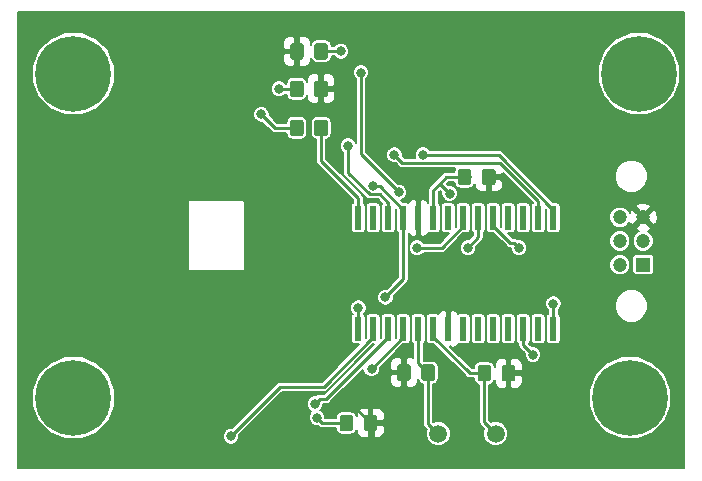
<source format=gbr>
G04 #@! TF.GenerationSoftware,KiCad,Pcbnew,(5.0.0)*
G04 #@! TF.CreationDate,2019-04-19T17:07:23-04:00*
G04 #@! TF.ProjectId,gps,6770732E6B696361645F706362000000,rev?*
G04 #@! TF.SameCoordinates,Original*
G04 #@! TF.FileFunction,Copper,L2,Bot,Signal*
G04 #@! TF.FilePolarity,Positive*
%FSLAX46Y46*%
G04 Gerber Fmt 4.6, Leading zero omitted, Abs format (unit mm)*
G04 Created by KiCad (PCBNEW (5.0.0)) date 04/19/19 17:07:23*
%MOMM*%
%LPD*%
G01*
G04 APERTURE LIST*
G04 #@! TA.AperFunction,SMDPad,CuDef*
%ADD10R,0.600000X2.000000*%
G04 #@! TD*
G04 #@! TA.AperFunction,ComponentPad*
%ADD11C,6.400000*%
G04 #@! TD*
G04 #@! TA.AperFunction,Conductor*
%ADD12C,0.100000*%
G04 #@! TD*
G04 #@! TA.AperFunction,SMDPad,CuDef*
%ADD13C,1.150000*%
G04 #@! TD*
G04 #@! TA.AperFunction,ComponentPad*
%ADD14C,1.500000*%
G04 #@! TD*
G04 #@! TA.AperFunction,ComponentPad*
%ADD15C,1.200000*%
G04 #@! TD*
G04 #@! TA.AperFunction,ComponentPad*
%ADD16R,1.200000X1.200000*%
G04 #@! TD*
G04 #@! TA.AperFunction,ViaPad*
%ADD17C,0.800000*%
G04 #@! TD*
G04 #@! TA.AperFunction,Conductor*
%ADD18C,0.250000*%
G04 #@! TD*
G04 #@! TA.AperFunction,Conductor*
%ADD19C,0.203200*%
G04 #@! TD*
G04 APERTURE END LIST*
D10*
G04 #@! TO.P,U3,28*
G04 #@! TO.N,/ICSPDAT*
X147320000Y-85089000D03*
G04 #@! TO.P,U3,27*
G04 #@! TO.N,/ICSPCLK*
X146050000Y-85089000D03*
G04 #@! TO.P,U3,26*
G04 #@! TO.N,Net-(U3-Pad26)*
X144780000Y-85089000D03*
G04 #@! TO.P,U3,25*
G04 #@! TO.N,Net-(U3-Pad25)*
X143510000Y-85089000D03*
G04 #@! TO.P,U3,24*
G04 #@! TO.N,Net-(D3-Pad2)*
X142240000Y-85089000D03*
G04 #@! TO.P,U3,23*
G04 #@! TO.N,Net-(D2-Pad2)*
X140970000Y-85089000D03*
G04 #@! TO.P,U3,22*
G04 #@! TO.N,Net-(D1-Pad2)*
X139700000Y-85089000D03*
G04 #@! TO.P,U3,21*
G04 #@! TO.N,Net-(U3-Pad21)*
X138430000Y-85089000D03*
G04 #@! TO.P,U3,20*
G04 #@! TO.N,+3V3*
X137160000Y-85089000D03*
G04 #@! TO.P,U3,19*
G04 #@! TO.N,GND*
X135890000Y-85089000D03*
G04 #@! TO.P,U3,18*
G04 #@! TO.N,/PIC_RX_GPS_TX*
X134620000Y-85089000D03*
G04 #@! TO.P,U3,17*
G04 #@! TO.N,/RESET*
X133350000Y-85089000D03*
G04 #@! TO.P,U3,16*
G04 #@! TO.N,Net-(U3-Pad16)*
X132080000Y-85089000D03*
G04 #@! TO.P,U3,15*
G04 #@! TO.N,/WAKEUP*
X130810000Y-85089000D03*
G04 #@! TO.P,U3,14*
G04 #@! TO.N,/PIC_TX_GPS_RX*
X130810000Y-94489000D03*
G04 #@! TO.P,U3,13*
G04 #@! TO.N,/ON_OFF*
X132080000Y-94489000D03*
G04 #@! TO.P,U3,12*
G04 #@! TO.N,/CAN_RX*
X133350000Y-94489000D03*
G04 #@! TO.P,U3,11*
G04 #@! TO.N,/CAN_TX*
X134620000Y-94489000D03*
G04 #@! TO.P,U3,10*
G04 #@! TO.N,/OSC2*
X135890000Y-94489000D03*
G04 #@! TO.P,U3,9*
G04 #@! TO.N,/OSC1*
X137160000Y-94489000D03*
G04 #@! TO.P,U3,8*
G04 #@! TO.N,GND*
X138430000Y-94489000D03*
G04 #@! TO.P,U3,7*
G04 #@! TO.N,Net-(U3-Pad7)*
X139700000Y-94489000D03*
G04 #@! TO.P,U3,6*
G04 #@! TO.N,Net-(U3-Pad6)*
X140970000Y-94489000D03*
G04 #@! TO.P,U3,5*
G04 #@! TO.N,Net-(U3-Pad5)*
X142240000Y-94489000D03*
G04 #@! TO.P,U3,4*
G04 #@! TO.N,Net-(U3-Pad4)*
X143510000Y-94489000D03*
G04 #@! TO.P,U3,3*
G04 #@! TO.N,/POWER*
X144780000Y-94489000D03*
G04 #@! TO.P,U3,2*
G04 #@! TO.N,Net-(U3-Pad2)*
X146050000Y-94489000D03*
G04 #@! TO.P,U3,1*
G04 #@! TO.N,/~MCLR*
X147320000Y-94489000D03*
G04 #@! TD*
D11*
G04 #@! TO.P,,1*
G04 #@! TO.N,N/C*
X106680000Y-72898000D03*
G04 #@! TD*
G04 #@! TO.P,,1*
G04 #@! TO.N,N/C*
X106680000Y-100330000D03*
G04 #@! TD*
G04 #@! TO.P,,1*
G04 #@! TO.N,N/C*
X153797000Y-100330000D03*
G04 #@! TD*
D12*
G04 #@! TO.N,GND*
G04 #@! TO.C,C2*
G36*
X125943505Y-70294204D02*
X125967773Y-70297804D01*
X125991572Y-70303765D01*
X126014671Y-70312030D01*
X126036850Y-70322520D01*
X126057893Y-70335132D01*
X126077599Y-70349747D01*
X126095777Y-70366223D01*
X126112253Y-70384401D01*
X126126868Y-70404107D01*
X126139480Y-70425150D01*
X126149970Y-70447329D01*
X126158235Y-70470428D01*
X126164196Y-70494227D01*
X126167796Y-70518495D01*
X126169000Y-70542999D01*
X126169000Y-71443001D01*
X126167796Y-71467505D01*
X126164196Y-71491773D01*
X126158235Y-71515572D01*
X126149970Y-71538671D01*
X126139480Y-71560850D01*
X126126868Y-71581893D01*
X126112253Y-71601599D01*
X126095777Y-71619777D01*
X126077599Y-71636253D01*
X126057893Y-71650868D01*
X126036850Y-71663480D01*
X126014671Y-71673970D01*
X125991572Y-71682235D01*
X125967773Y-71688196D01*
X125943505Y-71691796D01*
X125919001Y-71693000D01*
X125268999Y-71693000D01*
X125244495Y-71691796D01*
X125220227Y-71688196D01*
X125196428Y-71682235D01*
X125173329Y-71673970D01*
X125151150Y-71663480D01*
X125130107Y-71650868D01*
X125110401Y-71636253D01*
X125092223Y-71619777D01*
X125075747Y-71601599D01*
X125061132Y-71581893D01*
X125048520Y-71560850D01*
X125038030Y-71538671D01*
X125029765Y-71515572D01*
X125023804Y-71491773D01*
X125020204Y-71467505D01*
X125019000Y-71443001D01*
X125019000Y-70542999D01*
X125020204Y-70518495D01*
X125023804Y-70494227D01*
X125029765Y-70470428D01*
X125038030Y-70447329D01*
X125048520Y-70425150D01*
X125061132Y-70404107D01*
X125075747Y-70384401D01*
X125092223Y-70366223D01*
X125110401Y-70349747D01*
X125130107Y-70335132D01*
X125151150Y-70322520D01*
X125173329Y-70312030D01*
X125196428Y-70303765D01*
X125220227Y-70297804D01*
X125244495Y-70294204D01*
X125268999Y-70293000D01*
X125919001Y-70293000D01*
X125943505Y-70294204D01*
X125943505Y-70294204D01*
G37*
D13*
G04 #@! TD*
G04 #@! TO.P,C2,2*
G04 #@! TO.N,GND*
X125594000Y-70993000D03*
D12*
G04 #@! TO.N,+5V*
G04 #@! TO.C,C2*
G36*
X127993505Y-70294204D02*
X128017773Y-70297804D01*
X128041572Y-70303765D01*
X128064671Y-70312030D01*
X128086850Y-70322520D01*
X128107893Y-70335132D01*
X128127599Y-70349747D01*
X128145777Y-70366223D01*
X128162253Y-70384401D01*
X128176868Y-70404107D01*
X128189480Y-70425150D01*
X128199970Y-70447329D01*
X128208235Y-70470428D01*
X128214196Y-70494227D01*
X128217796Y-70518495D01*
X128219000Y-70542999D01*
X128219000Y-71443001D01*
X128217796Y-71467505D01*
X128214196Y-71491773D01*
X128208235Y-71515572D01*
X128199970Y-71538671D01*
X128189480Y-71560850D01*
X128176868Y-71581893D01*
X128162253Y-71601599D01*
X128145777Y-71619777D01*
X128127599Y-71636253D01*
X128107893Y-71650868D01*
X128086850Y-71663480D01*
X128064671Y-71673970D01*
X128041572Y-71682235D01*
X128017773Y-71688196D01*
X127993505Y-71691796D01*
X127969001Y-71693000D01*
X127318999Y-71693000D01*
X127294495Y-71691796D01*
X127270227Y-71688196D01*
X127246428Y-71682235D01*
X127223329Y-71673970D01*
X127201150Y-71663480D01*
X127180107Y-71650868D01*
X127160401Y-71636253D01*
X127142223Y-71619777D01*
X127125747Y-71601599D01*
X127111132Y-71581893D01*
X127098520Y-71560850D01*
X127088030Y-71538671D01*
X127079765Y-71515572D01*
X127073804Y-71491773D01*
X127070204Y-71467505D01*
X127069000Y-71443001D01*
X127069000Y-70542999D01*
X127070204Y-70518495D01*
X127073804Y-70494227D01*
X127079765Y-70470428D01*
X127088030Y-70447329D01*
X127098520Y-70425150D01*
X127111132Y-70404107D01*
X127125747Y-70384401D01*
X127142223Y-70366223D01*
X127160401Y-70349747D01*
X127180107Y-70335132D01*
X127201150Y-70322520D01*
X127223329Y-70312030D01*
X127246428Y-70303765D01*
X127270227Y-70297804D01*
X127294495Y-70294204D01*
X127318999Y-70293000D01*
X127969001Y-70293000D01*
X127993505Y-70294204D01*
X127993505Y-70294204D01*
G37*
D13*
G04 #@! TD*
G04 #@! TO.P,C2,1*
G04 #@! TO.N,+5V*
X127644000Y-70993000D03*
D12*
G04 #@! TO.N,+3V3*
G04 #@! TO.C,C4*
G36*
X140142105Y-80936804D02*
X140166373Y-80940404D01*
X140190172Y-80946365D01*
X140213271Y-80954630D01*
X140235450Y-80965120D01*
X140256493Y-80977732D01*
X140276199Y-80992347D01*
X140294377Y-81008823D01*
X140310853Y-81027001D01*
X140325468Y-81046707D01*
X140338080Y-81067750D01*
X140348570Y-81089929D01*
X140356835Y-81113028D01*
X140362796Y-81136827D01*
X140366396Y-81161095D01*
X140367600Y-81185599D01*
X140367600Y-82085601D01*
X140366396Y-82110105D01*
X140362796Y-82134373D01*
X140356835Y-82158172D01*
X140348570Y-82181271D01*
X140338080Y-82203450D01*
X140325468Y-82224493D01*
X140310853Y-82244199D01*
X140294377Y-82262377D01*
X140276199Y-82278853D01*
X140256493Y-82293468D01*
X140235450Y-82306080D01*
X140213271Y-82316570D01*
X140190172Y-82324835D01*
X140166373Y-82330796D01*
X140142105Y-82334396D01*
X140117601Y-82335600D01*
X139467599Y-82335600D01*
X139443095Y-82334396D01*
X139418827Y-82330796D01*
X139395028Y-82324835D01*
X139371929Y-82316570D01*
X139349750Y-82306080D01*
X139328707Y-82293468D01*
X139309001Y-82278853D01*
X139290823Y-82262377D01*
X139274347Y-82244199D01*
X139259732Y-82224493D01*
X139247120Y-82203450D01*
X139236630Y-82181271D01*
X139228365Y-82158172D01*
X139222404Y-82134373D01*
X139218804Y-82110105D01*
X139217600Y-82085601D01*
X139217600Y-81185599D01*
X139218804Y-81161095D01*
X139222404Y-81136827D01*
X139228365Y-81113028D01*
X139236630Y-81089929D01*
X139247120Y-81067750D01*
X139259732Y-81046707D01*
X139274347Y-81027001D01*
X139290823Y-81008823D01*
X139309001Y-80992347D01*
X139328707Y-80977732D01*
X139349750Y-80965120D01*
X139371929Y-80954630D01*
X139395028Y-80946365D01*
X139418827Y-80940404D01*
X139443095Y-80936804D01*
X139467599Y-80935600D01*
X140117601Y-80935600D01*
X140142105Y-80936804D01*
X140142105Y-80936804D01*
G37*
D13*
G04 #@! TD*
G04 #@! TO.P,C4,2*
G04 #@! TO.N,+3V3*
X139792600Y-81635600D03*
D12*
G04 #@! TO.N,GND*
G04 #@! TO.C,C4*
G36*
X142192105Y-80936804D02*
X142216373Y-80940404D01*
X142240172Y-80946365D01*
X142263271Y-80954630D01*
X142285450Y-80965120D01*
X142306493Y-80977732D01*
X142326199Y-80992347D01*
X142344377Y-81008823D01*
X142360853Y-81027001D01*
X142375468Y-81046707D01*
X142388080Y-81067750D01*
X142398570Y-81089929D01*
X142406835Y-81113028D01*
X142412796Y-81136827D01*
X142416396Y-81161095D01*
X142417600Y-81185599D01*
X142417600Y-82085601D01*
X142416396Y-82110105D01*
X142412796Y-82134373D01*
X142406835Y-82158172D01*
X142398570Y-82181271D01*
X142388080Y-82203450D01*
X142375468Y-82224493D01*
X142360853Y-82244199D01*
X142344377Y-82262377D01*
X142326199Y-82278853D01*
X142306493Y-82293468D01*
X142285450Y-82306080D01*
X142263271Y-82316570D01*
X142240172Y-82324835D01*
X142216373Y-82330796D01*
X142192105Y-82334396D01*
X142167601Y-82335600D01*
X141517599Y-82335600D01*
X141493095Y-82334396D01*
X141468827Y-82330796D01*
X141445028Y-82324835D01*
X141421929Y-82316570D01*
X141399750Y-82306080D01*
X141378707Y-82293468D01*
X141359001Y-82278853D01*
X141340823Y-82262377D01*
X141324347Y-82244199D01*
X141309732Y-82224493D01*
X141297120Y-82203450D01*
X141286630Y-82181271D01*
X141278365Y-82158172D01*
X141272404Y-82134373D01*
X141268804Y-82110105D01*
X141267600Y-82085601D01*
X141267600Y-81185599D01*
X141268804Y-81161095D01*
X141272404Y-81136827D01*
X141278365Y-81113028D01*
X141286630Y-81089929D01*
X141297120Y-81067750D01*
X141309732Y-81046707D01*
X141324347Y-81027001D01*
X141340823Y-81008823D01*
X141359001Y-80992347D01*
X141378707Y-80977732D01*
X141399750Y-80965120D01*
X141421929Y-80954630D01*
X141445028Y-80946365D01*
X141468827Y-80940404D01*
X141493095Y-80936804D01*
X141517599Y-80935600D01*
X142167601Y-80935600D01*
X142192105Y-80936804D01*
X142192105Y-80936804D01*
G37*
D13*
G04 #@! TD*
G04 #@! TO.P,C4,1*
G04 #@! TO.N,GND*
X141842600Y-81635600D03*
D12*
G04 #@! TO.N,+5V*
G04 #@! TO.C,C5*
G36*
X130134505Y-101764804D02*
X130158773Y-101768404D01*
X130182572Y-101774365D01*
X130205671Y-101782630D01*
X130227850Y-101793120D01*
X130248893Y-101805732D01*
X130268599Y-101820347D01*
X130286777Y-101836823D01*
X130303253Y-101855001D01*
X130317868Y-101874707D01*
X130330480Y-101895750D01*
X130340970Y-101917929D01*
X130349235Y-101941028D01*
X130355196Y-101964827D01*
X130358796Y-101989095D01*
X130360000Y-102013599D01*
X130360000Y-102913601D01*
X130358796Y-102938105D01*
X130355196Y-102962373D01*
X130349235Y-102986172D01*
X130340970Y-103009271D01*
X130330480Y-103031450D01*
X130317868Y-103052493D01*
X130303253Y-103072199D01*
X130286777Y-103090377D01*
X130268599Y-103106853D01*
X130248893Y-103121468D01*
X130227850Y-103134080D01*
X130205671Y-103144570D01*
X130182572Y-103152835D01*
X130158773Y-103158796D01*
X130134505Y-103162396D01*
X130110001Y-103163600D01*
X129459999Y-103163600D01*
X129435495Y-103162396D01*
X129411227Y-103158796D01*
X129387428Y-103152835D01*
X129364329Y-103144570D01*
X129342150Y-103134080D01*
X129321107Y-103121468D01*
X129301401Y-103106853D01*
X129283223Y-103090377D01*
X129266747Y-103072199D01*
X129252132Y-103052493D01*
X129239520Y-103031450D01*
X129229030Y-103009271D01*
X129220765Y-102986172D01*
X129214804Y-102962373D01*
X129211204Y-102938105D01*
X129210000Y-102913601D01*
X129210000Y-102013599D01*
X129211204Y-101989095D01*
X129214804Y-101964827D01*
X129220765Y-101941028D01*
X129229030Y-101917929D01*
X129239520Y-101895750D01*
X129252132Y-101874707D01*
X129266747Y-101855001D01*
X129283223Y-101836823D01*
X129301401Y-101820347D01*
X129321107Y-101805732D01*
X129342150Y-101793120D01*
X129364329Y-101782630D01*
X129387428Y-101774365D01*
X129411227Y-101768404D01*
X129435495Y-101764804D01*
X129459999Y-101763600D01*
X130110001Y-101763600D01*
X130134505Y-101764804D01*
X130134505Y-101764804D01*
G37*
D13*
G04 #@! TD*
G04 #@! TO.P,C5,1*
G04 #@! TO.N,+5V*
X129785000Y-102463600D03*
D12*
G04 #@! TO.N,GND*
G04 #@! TO.C,C5*
G36*
X132184505Y-101764804D02*
X132208773Y-101768404D01*
X132232572Y-101774365D01*
X132255671Y-101782630D01*
X132277850Y-101793120D01*
X132298893Y-101805732D01*
X132318599Y-101820347D01*
X132336777Y-101836823D01*
X132353253Y-101855001D01*
X132367868Y-101874707D01*
X132380480Y-101895750D01*
X132390970Y-101917929D01*
X132399235Y-101941028D01*
X132405196Y-101964827D01*
X132408796Y-101989095D01*
X132410000Y-102013599D01*
X132410000Y-102913601D01*
X132408796Y-102938105D01*
X132405196Y-102962373D01*
X132399235Y-102986172D01*
X132390970Y-103009271D01*
X132380480Y-103031450D01*
X132367868Y-103052493D01*
X132353253Y-103072199D01*
X132336777Y-103090377D01*
X132318599Y-103106853D01*
X132298893Y-103121468D01*
X132277850Y-103134080D01*
X132255671Y-103144570D01*
X132232572Y-103152835D01*
X132208773Y-103158796D01*
X132184505Y-103162396D01*
X132160001Y-103163600D01*
X131509999Y-103163600D01*
X131485495Y-103162396D01*
X131461227Y-103158796D01*
X131437428Y-103152835D01*
X131414329Y-103144570D01*
X131392150Y-103134080D01*
X131371107Y-103121468D01*
X131351401Y-103106853D01*
X131333223Y-103090377D01*
X131316747Y-103072199D01*
X131302132Y-103052493D01*
X131289520Y-103031450D01*
X131279030Y-103009271D01*
X131270765Y-102986172D01*
X131264804Y-102962373D01*
X131261204Y-102938105D01*
X131260000Y-102913601D01*
X131260000Y-102013599D01*
X131261204Y-101989095D01*
X131264804Y-101964827D01*
X131270765Y-101941028D01*
X131279030Y-101917929D01*
X131289520Y-101895750D01*
X131302132Y-101874707D01*
X131316747Y-101855001D01*
X131333223Y-101836823D01*
X131351401Y-101820347D01*
X131371107Y-101805732D01*
X131392150Y-101793120D01*
X131414329Y-101782630D01*
X131437428Y-101774365D01*
X131461227Y-101768404D01*
X131485495Y-101764804D01*
X131509999Y-101763600D01*
X132160001Y-101763600D01*
X132184505Y-101764804D01*
X132184505Y-101764804D01*
G37*
D13*
G04 #@! TD*
G04 #@! TO.P,C5,2*
G04 #@! TO.N,GND*
X131835000Y-102463600D03*
D12*
G04 #@! TO.N,/OSC1*
G04 #@! TO.C,C6*
G36*
X141818505Y-97548404D02*
X141842773Y-97552004D01*
X141866572Y-97557965D01*
X141889671Y-97566230D01*
X141911850Y-97576720D01*
X141932893Y-97589332D01*
X141952599Y-97603947D01*
X141970777Y-97620423D01*
X141987253Y-97638601D01*
X142001868Y-97658307D01*
X142014480Y-97679350D01*
X142024970Y-97701529D01*
X142033235Y-97724628D01*
X142039196Y-97748427D01*
X142042796Y-97772695D01*
X142044000Y-97797199D01*
X142044000Y-98697201D01*
X142042796Y-98721705D01*
X142039196Y-98745973D01*
X142033235Y-98769772D01*
X142024970Y-98792871D01*
X142014480Y-98815050D01*
X142001868Y-98836093D01*
X141987253Y-98855799D01*
X141970777Y-98873977D01*
X141952599Y-98890453D01*
X141932893Y-98905068D01*
X141911850Y-98917680D01*
X141889671Y-98928170D01*
X141866572Y-98936435D01*
X141842773Y-98942396D01*
X141818505Y-98945996D01*
X141794001Y-98947200D01*
X141143999Y-98947200D01*
X141119495Y-98945996D01*
X141095227Y-98942396D01*
X141071428Y-98936435D01*
X141048329Y-98928170D01*
X141026150Y-98917680D01*
X141005107Y-98905068D01*
X140985401Y-98890453D01*
X140967223Y-98873977D01*
X140950747Y-98855799D01*
X140936132Y-98836093D01*
X140923520Y-98815050D01*
X140913030Y-98792871D01*
X140904765Y-98769772D01*
X140898804Y-98745973D01*
X140895204Y-98721705D01*
X140894000Y-98697201D01*
X140894000Y-97797199D01*
X140895204Y-97772695D01*
X140898804Y-97748427D01*
X140904765Y-97724628D01*
X140913030Y-97701529D01*
X140923520Y-97679350D01*
X140936132Y-97658307D01*
X140950747Y-97638601D01*
X140967223Y-97620423D01*
X140985401Y-97603947D01*
X141005107Y-97589332D01*
X141026150Y-97576720D01*
X141048329Y-97566230D01*
X141071428Y-97557965D01*
X141095227Y-97552004D01*
X141119495Y-97548404D01*
X141143999Y-97547200D01*
X141794001Y-97547200D01*
X141818505Y-97548404D01*
X141818505Y-97548404D01*
G37*
D13*
G04 #@! TD*
G04 #@! TO.P,C6,1*
G04 #@! TO.N,/OSC1*
X141469000Y-98247200D03*
D12*
G04 #@! TO.N,GND*
G04 #@! TO.C,C6*
G36*
X143868505Y-97548404D02*
X143892773Y-97552004D01*
X143916572Y-97557965D01*
X143939671Y-97566230D01*
X143961850Y-97576720D01*
X143982893Y-97589332D01*
X144002599Y-97603947D01*
X144020777Y-97620423D01*
X144037253Y-97638601D01*
X144051868Y-97658307D01*
X144064480Y-97679350D01*
X144074970Y-97701529D01*
X144083235Y-97724628D01*
X144089196Y-97748427D01*
X144092796Y-97772695D01*
X144094000Y-97797199D01*
X144094000Y-98697201D01*
X144092796Y-98721705D01*
X144089196Y-98745973D01*
X144083235Y-98769772D01*
X144074970Y-98792871D01*
X144064480Y-98815050D01*
X144051868Y-98836093D01*
X144037253Y-98855799D01*
X144020777Y-98873977D01*
X144002599Y-98890453D01*
X143982893Y-98905068D01*
X143961850Y-98917680D01*
X143939671Y-98928170D01*
X143916572Y-98936435D01*
X143892773Y-98942396D01*
X143868505Y-98945996D01*
X143844001Y-98947200D01*
X143193999Y-98947200D01*
X143169495Y-98945996D01*
X143145227Y-98942396D01*
X143121428Y-98936435D01*
X143098329Y-98928170D01*
X143076150Y-98917680D01*
X143055107Y-98905068D01*
X143035401Y-98890453D01*
X143017223Y-98873977D01*
X143000747Y-98855799D01*
X142986132Y-98836093D01*
X142973520Y-98815050D01*
X142963030Y-98792871D01*
X142954765Y-98769772D01*
X142948804Y-98745973D01*
X142945204Y-98721705D01*
X142944000Y-98697201D01*
X142944000Y-97797199D01*
X142945204Y-97772695D01*
X142948804Y-97748427D01*
X142954765Y-97724628D01*
X142963030Y-97701529D01*
X142973520Y-97679350D01*
X142986132Y-97658307D01*
X143000747Y-97638601D01*
X143017223Y-97620423D01*
X143035401Y-97603947D01*
X143055107Y-97589332D01*
X143076150Y-97576720D01*
X143098329Y-97566230D01*
X143121428Y-97557965D01*
X143145227Y-97552004D01*
X143169495Y-97548404D01*
X143193999Y-97547200D01*
X143844001Y-97547200D01*
X143868505Y-97548404D01*
X143868505Y-97548404D01*
G37*
D13*
G04 #@! TD*
G04 #@! TO.P,C6,2*
G04 #@! TO.N,GND*
X143519000Y-98247200D03*
D12*
G04 #@! TO.N,GND*
G04 #@! TO.C,C7*
G36*
X135011305Y-97497604D02*
X135035573Y-97501204D01*
X135059372Y-97507165D01*
X135082471Y-97515430D01*
X135104650Y-97525920D01*
X135125693Y-97538532D01*
X135145399Y-97553147D01*
X135163577Y-97569623D01*
X135180053Y-97587801D01*
X135194668Y-97607507D01*
X135207280Y-97628550D01*
X135217770Y-97650729D01*
X135226035Y-97673828D01*
X135231996Y-97697627D01*
X135235596Y-97721895D01*
X135236800Y-97746399D01*
X135236800Y-98646401D01*
X135235596Y-98670905D01*
X135231996Y-98695173D01*
X135226035Y-98718972D01*
X135217770Y-98742071D01*
X135207280Y-98764250D01*
X135194668Y-98785293D01*
X135180053Y-98804999D01*
X135163577Y-98823177D01*
X135145399Y-98839653D01*
X135125693Y-98854268D01*
X135104650Y-98866880D01*
X135082471Y-98877370D01*
X135059372Y-98885635D01*
X135035573Y-98891596D01*
X135011305Y-98895196D01*
X134986801Y-98896400D01*
X134336799Y-98896400D01*
X134312295Y-98895196D01*
X134288027Y-98891596D01*
X134264228Y-98885635D01*
X134241129Y-98877370D01*
X134218950Y-98866880D01*
X134197907Y-98854268D01*
X134178201Y-98839653D01*
X134160023Y-98823177D01*
X134143547Y-98804999D01*
X134128932Y-98785293D01*
X134116320Y-98764250D01*
X134105830Y-98742071D01*
X134097565Y-98718972D01*
X134091604Y-98695173D01*
X134088004Y-98670905D01*
X134086800Y-98646401D01*
X134086800Y-97746399D01*
X134088004Y-97721895D01*
X134091604Y-97697627D01*
X134097565Y-97673828D01*
X134105830Y-97650729D01*
X134116320Y-97628550D01*
X134128932Y-97607507D01*
X134143547Y-97587801D01*
X134160023Y-97569623D01*
X134178201Y-97553147D01*
X134197907Y-97538532D01*
X134218950Y-97525920D01*
X134241129Y-97515430D01*
X134264228Y-97507165D01*
X134288027Y-97501204D01*
X134312295Y-97497604D01*
X134336799Y-97496400D01*
X134986801Y-97496400D01*
X135011305Y-97497604D01*
X135011305Y-97497604D01*
G37*
D13*
G04 #@! TD*
G04 #@! TO.P,C7,2*
G04 #@! TO.N,GND*
X134661800Y-98196400D03*
D12*
G04 #@! TO.N,/OSC2*
G04 #@! TO.C,C7*
G36*
X137061305Y-97497604D02*
X137085573Y-97501204D01*
X137109372Y-97507165D01*
X137132471Y-97515430D01*
X137154650Y-97525920D01*
X137175693Y-97538532D01*
X137195399Y-97553147D01*
X137213577Y-97569623D01*
X137230053Y-97587801D01*
X137244668Y-97607507D01*
X137257280Y-97628550D01*
X137267770Y-97650729D01*
X137276035Y-97673828D01*
X137281996Y-97697627D01*
X137285596Y-97721895D01*
X137286800Y-97746399D01*
X137286800Y-98646401D01*
X137285596Y-98670905D01*
X137281996Y-98695173D01*
X137276035Y-98718972D01*
X137267770Y-98742071D01*
X137257280Y-98764250D01*
X137244668Y-98785293D01*
X137230053Y-98804999D01*
X137213577Y-98823177D01*
X137195399Y-98839653D01*
X137175693Y-98854268D01*
X137154650Y-98866880D01*
X137132471Y-98877370D01*
X137109372Y-98885635D01*
X137085573Y-98891596D01*
X137061305Y-98895196D01*
X137036801Y-98896400D01*
X136386799Y-98896400D01*
X136362295Y-98895196D01*
X136338027Y-98891596D01*
X136314228Y-98885635D01*
X136291129Y-98877370D01*
X136268950Y-98866880D01*
X136247907Y-98854268D01*
X136228201Y-98839653D01*
X136210023Y-98823177D01*
X136193547Y-98804999D01*
X136178932Y-98785293D01*
X136166320Y-98764250D01*
X136155830Y-98742071D01*
X136147565Y-98718972D01*
X136141604Y-98695173D01*
X136138004Y-98670905D01*
X136136800Y-98646401D01*
X136136800Y-97746399D01*
X136138004Y-97721895D01*
X136141604Y-97697627D01*
X136147565Y-97673828D01*
X136155830Y-97650729D01*
X136166320Y-97628550D01*
X136178932Y-97607507D01*
X136193547Y-97587801D01*
X136210023Y-97569623D01*
X136228201Y-97553147D01*
X136247907Y-97538532D01*
X136268950Y-97525920D01*
X136291129Y-97515430D01*
X136314228Y-97507165D01*
X136338027Y-97501204D01*
X136362295Y-97497604D01*
X136386799Y-97496400D01*
X137036801Y-97496400D01*
X137061305Y-97497604D01*
X137061305Y-97497604D01*
G37*
D13*
G04 #@! TD*
G04 #@! TO.P,C7,1*
G04 #@! TO.N,/OSC2*
X136711800Y-98196400D03*
D12*
G04 #@! TO.N,+3V3*
G04 #@! TO.C,C8*
G36*
X125943505Y-73469204D02*
X125967773Y-73472804D01*
X125991572Y-73478765D01*
X126014671Y-73487030D01*
X126036850Y-73497520D01*
X126057893Y-73510132D01*
X126077599Y-73524747D01*
X126095777Y-73541223D01*
X126112253Y-73559401D01*
X126126868Y-73579107D01*
X126139480Y-73600150D01*
X126149970Y-73622329D01*
X126158235Y-73645428D01*
X126164196Y-73669227D01*
X126167796Y-73693495D01*
X126169000Y-73717999D01*
X126169000Y-74618001D01*
X126167796Y-74642505D01*
X126164196Y-74666773D01*
X126158235Y-74690572D01*
X126149970Y-74713671D01*
X126139480Y-74735850D01*
X126126868Y-74756893D01*
X126112253Y-74776599D01*
X126095777Y-74794777D01*
X126077599Y-74811253D01*
X126057893Y-74825868D01*
X126036850Y-74838480D01*
X126014671Y-74848970D01*
X125991572Y-74857235D01*
X125967773Y-74863196D01*
X125943505Y-74866796D01*
X125919001Y-74868000D01*
X125268999Y-74868000D01*
X125244495Y-74866796D01*
X125220227Y-74863196D01*
X125196428Y-74857235D01*
X125173329Y-74848970D01*
X125151150Y-74838480D01*
X125130107Y-74825868D01*
X125110401Y-74811253D01*
X125092223Y-74794777D01*
X125075747Y-74776599D01*
X125061132Y-74756893D01*
X125048520Y-74735850D01*
X125038030Y-74713671D01*
X125029765Y-74690572D01*
X125023804Y-74666773D01*
X125020204Y-74642505D01*
X125019000Y-74618001D01*
X125019000Y-73717999D01*
X125020204Y-73693495D01*
X125023804Y-73669227D01*
X125029765Y-73645428D01*
X125038030Y-73622329D01*
X125048520Y-73600150D01*
X125061132Y-73579107D01*
X125075747Y-73559401D01*
X125092223Y-73541223D01*
X125110401Y-73524747D01*
X125130107Y-73510132D01*
X125151150Y-73497520D01*
X125173329Y-73487030D01*
X125196428Y-73478765D01*
X125220227Y-73472804D01*
X125244495Y-73469204D01*
X125268999Y-73468000D01*
X125919001Y-73468000D01*
X125943505Y-73469204D01*
X125943505Y-73469204D01*
G37*
D13*
G04 #@! TD*
G04 #@! TO.P,C8,1*
G04 #@! TO.N,+3V3*
X125594000Y-74168000D03*
D12*
G04 #@! TO.N,GND*
G04 #@! TO.C,C8*
G36*
X127993505Y-73469204D02*
X128017773Y-73472804D01*
X128041572Y-73478765D01*
X128064671Y-73487030D01*
X128086850Y-73497520D01*
X128107893Y-73510132D01*
X128127599Y-73524747D01*
X128145777Y-73541223D01*
X128162253Y-73559401D01*
X128176868Y-73579107D01*
X128189480Y-73600150D01*
X128199970Y-73622329D01*
X128208235Y-73645428D01*
X128214196Y-73669227D01*
X128217796Y-73693495D01*
X128219000Y-73717999D01*
X128219000Y-74618001D01*
X128217796Y-74642505D01*
X128214196Y-74666773D01*
X128208235Y-74690572D01*
X128199970Y-74713671D01*
X128189480Y-74735850D01*
X128176868Y-74756893D01*
X128162253Y-74776599D01*
X128145777Y-74794777D01*
X128127599Y-74811253D01*
X128107893Y-74825868D01*
X128086850Y-74838480D01*
X128064671Y-74848970D01*
X128041572Y-74857235D01*
X128017773Y-74863196D01*
X127993505Y-74866796D01*
X127969001Y-74868000D01*
X127318999Y-74868000D01*
X127294495Y-74866796D01*
X127270227Y-74863196D01*
X127246428Y-74857235D01*
X127223329Y-74848970D01*
X127201150Y-74838480D01*
X127180107Y-74825868D01*
X127160401Y-74811253D01*
X127142223Y-74794777D01*
X127125747Y-74776599D01*
X127111132Y-74756893D01*
X127098520Y-74735850D01*
X127088030Y-74713671D01*
X127079765Y-74690572D01*
X127073804Y-74666773D01*
X127070204Y-74642505D01*
X127069000Y-74618001D01*
X127069000Y-73717999D01*
X127070204Y-73693495D01*
X127073804Y-73669227D01*
X127079765Y-73645428D01*
X127088030Y-73622329D01*
X127098520Y-73600150D01*
X127111132Y-73579107D01*
X127125747Y-73559401D01*
X127142223Y-73541223D01*
X127160401Y-73524747D01*
X127180107Y-73510132D01*
X127201150Y-73497520D01*
X127223329Y-73487030D01*
X127246428Y-73478765D01*
X127270227Y-73472804D01*
X127294495Y-73469204D01*
X127318999Y-73468000D01*
X127969001Y-73468000D01*
X127993505Y-73469204D01*
X127993505Y-73469204D01*
G37*
D13*
G04 #@! TD*
G04 #@! TO.P,C8,2*
G04 #@! TO.N,GND*
X127644000Y-74168000D03*
D14*
G04 #@! TO.P,Y1,1*
G04 #@! TO.N,/OSC1*
X142443200Y-103378000D03*
G04 #@! TO.P,Y1,2*
G04 #@! TO.N,/OSC2*
X137563200Y-103378000D03*
G04 #@! TD*
D12*
G04 #@! TO.N,/WAKEUP*
G04 #@! TO.C,R12*
G36*
X127993505Y-76771204D02*
X128017773Y-76774804D01*
X128041572Y-76780765D01*
X128064671Y-76789030D01*
X128086850Y-76799520D01*
X128107893Y-76812132D01*
X128127599Y-76826747D01*
X128145777Y-76843223D01*
X128162253Y-76861401D01*
X128176868Y-76881107D01*
X128189480Y-76902150D01*
X128199970Y-76924329D01*
X128208235Y-76947428D01*
X128214196Y-76971227D01*
X128217796Y-76995495D01*
X128219000Y-77019999D01*
X128219000Y-77920001D01*
X128217796Y-77944505D01*
X128214196Y-77968773D01*
X128208235Y-77992572D01*
X128199970Y-78015671D01*
X128189480Y-78037850D01*
X128176868Y-78058893D01*
X128162253Y-78078599D01*
X128145777Y-78096777D01*
X128127599Y-78113253D01*
X128107893Y-78127868D01*
X128086850Y-78140480D01*
X128064671Y-78150970D01*
X128041572Y-78159235D01*
X128017773Y-78165196D01*
X127993505Y-78168796D01*
X127969001Y-78170000D01*
X127318999Y-78170000D01*
X127294495Y-78168796D01*
X127270227Y-78165196D01*
X127246428Y-78159235D01*
X127223329Y-78150970D01*
X127201150Y-78140480D01*
X127180107Y-78127868D01*
X127160401Y-78113253D01*
X127142223Y-78096777D01*
X127125747Y-78078599D01*
X127111132Y-78058893D01*
X127098520Y-78037850D01*
X127088030Y-78015671D01*
X127079765Y-77992572D01*
X127073804Y-77968773D01*
X127070204Y-77944505D01*
X127069000Y-77920001D01*
X127069000Y-77019999D01*
X127070204Y-76995495D01*
X127073804Y-76971227D01*
X127079765Y-76947428D01*
X127088030Y-76924329D01*
X127098520Y-76902150D01*
X127111132Y-76881107D01*
X127125747Y-76861401D01*
X127142223Y-76843223D01*
X127160401Y-76826747D01*
X127180107Y-76812132D01*
X127201150Y-76799520D01*
X127223329Y-76789030D01*
X127246428Y-76780765D01*
X127270227Y-76774804D01*
X127294495Y-76771204D01*
X127318999Y-76770000D01*
X127969001Y-76770000D01*
X127993505Y-76771204D01*
X127993505Y-76771204D01*
G37*
D13*
G04 #@! TD*
G04 #@! TO.P,R12,1*
G04 #@! TO.N,/WAKEUP*
X127644000Y-77470000D03*
D12*
G04 #@! TO.N,Net-(R12-Pad2)*
G04 #@! TO.C,R12*
G36*
X125943505Y-76771204D02*
X125967773Y-76774804D01*
X125991572Y-76780765D01*
X126014671Y-76789030D01*
X126036850Y-76799520D01*
X126057893Y-76812132D01*
X126077599Y-76826747D01*
X126095777Y-76843223D01*
X126112253Y-76861401D01*
X126126868Y-76881107D01*
X126139480Y-76902150D01*
X126149970Y-76924329D01*
X126158235Y-76947428D01*
X126164196Y-76971227D01*
X126167796Y-76995495D01*
X126169000Y-77019999D01*
X126169000Y-77920001D01*
X126167796Y-77944505D01*
X126164196Y-77968773D01*
X126158235Y-77992572D01*
X126149970Y-78015671D01*
X126139480Y-78037850D01*
X126126868Y-78058893D01*
X126112253Y-78078599D01*
X126095777Y-78096777D01*
X126077599Y-78113253D01*
X126057893Y-78127868D01*
X126036850Y-78140480D01*
X126014671Y-78150970D01*
X125991572Y-78159235D01*
X125967773Y-78165196D01*
X125943505Y-78168796D01*
X125919001Y-78170000D01*
X125268999Y-78170000D01*
X125244495Y-78168796D01*
X125220227Y-78165196D01*
X125196428Y-78159235D01*
X125173329Y-78150970D01*
X125151150Y-78140480D01*
X125130107Y-78127868D01*
X125110401Y-78113253D01*
X125092223Y-78096777D01*
X125075747Y-78078599D01*
X125061132Y-78058893D01*
X125048520Y-78037850D01*
X125038030Y-78015671D01*
X125029765Y-77992572D01*
X125023804Y-77968773D01*
X125020204Y-77944505D01*
X125019000Y-77920001D01*
X125019000Y-77019999D01*
X125020204Y-76995495D01*
X125023804Y-76971227D01*
X125029765Y-76947428D01*
X125038030Y-76924329D01*
X125048520Y-76902150D01*
X125061132Y-76881107D01*
X125075747Y-76861401D01*
X125092223Y-76843223D01*
X125110401Y-76826747D01*
X125130107Y-76812132D01*
X125151150Y-76799520D01*
X125173329Y-76789030D01*
X125196428Y-76780765D01*
X125220227Y-76774804D01*
X125244495Y-76771204D01*
X125268999Y-76770000D01*
X125919001Y-76770000D01*
X125943505Y-76771204D01*
X125943505Y-76771204D01*
G37*
D13*
G04 #@! TD*
G04 #@! TO.P,R12,2*
G04 #@! TO.N,Net-(R12-Pad2)*
X125594000Y-77470000D03*
D15*
G04 #@! TO.P,J1,2*
G04 #@! TO.N,Net-(F1-Pad1)*
X154924000Y-87058500D03*
D16*
G04 #@! TO.P,J1,1*
G04 #@! TO.N,Net-(J1-Pad1)*
X154924000Y-89058500D03*
D15*
G04 #@! TO.P,J1,3*
G04 #@! TO.N,GND*
X154924000Y-85058500D03*
G04 #@! TO.P,J1,6*
G04 #@! TO.N,N/C*
X152924000Y-85058500D03*
G04 #@! TO.P,J1,5*
G04 #@! TO.N,/CANL*
X152924000Y-87058500D03*
G04 #@! TO.P,J1,4*
G04 #@! TO.N,/CANH*
X152924000Y-89058500D03*
G04 #@! TD*
D11*
G04 #@! TO.P,,1*
G04 #@! TO.N,N/C*
X154559000Y-72898000D03*
G04 #@! TD*
D17*
G04 #@! TO.N,GND*
X122769570Y-82714395D03*
X122769570Y-85254395D03*
X122769570Y-87794395D03*
X122769570Y-90334395D03*
X114895570Y-82714395D03*
X114895570Y-85381395D03*
X114895570Y-87794395D03*
X114895570Y-90334395D03*
X144018000Y-82931000D03*
X135890000Y-83185000D03*
X132029200Y-104241600D03*
X128930400Y-100990400D03*
G04 #@! TO.N,+5V*
X129336800Y-70993000D03*
X134239000Y-82931000D03*
X127304800Y-102006400D03*
X131013200Y-72796400D03*
G04 #@! TO.N,+3V3*
X124079000Y-74168000D03*
X138531600Y-83032600D03*
G04 #@! TO.N,Net-(R12-Pad2)*
X122579070Y-76327000D03*
G04 #@! TO.N,Net-(D1-Pad2)*
X135763000Y-87630000D03*
G04 #@! TO.N,Net-(D2-Pad2)*
X140081000Y-87630000D03*
G04 #@! TO.N,Net-(D3-Pad2)*
X144399000Y-87630000D03*
G04 #@! TO.N,/ICSPCLK*
X133858000Y-79756000D03*
G04 #@! TO.N,/ICSPDAT*
X136271000Y-79756000D03*
G04 #@! TO.N,/~MCLR*
X147320000Y-92354400D03*
G04 #@! TO.N,/RESET*
X129921000Y-78994000D03*
G04 #@! TO.N,/ON_OFF*
X120015000Y-103581200D03*
G04 #@! TO.N,/PIC_TX_GPS_RX*
X130810000Y-92710000D03*
G04 #@! TO.N,/PIC_RX_GPS_TX*
X132080000Y-82423000D03*
X133096000Y-91821000D03*
G04 #@! TO.N,/POWER*
X145592800Y-96672400D03*
G04 #@! TO.N,/CAN_RX*
X127127000Y-100838000D03*
G04 #@! TO.N,/CAN_TX*
X131917400Y-97891600D03*
G04 #@! TD*
D18*
G04 #@! TO.N,GND*
X125467000Y-71120000D02*
X125594000Y-70993000D01*
X135890000Y-85089000D02*
X135890000Y-83185000D01*
X142722600Y-81635600D02*
X144018000Y-82931000D01*
X141842600Y-81635600D02*
X142722600Y-81635600D01*
X132029200Y-102657800D02*
X131835000Y-102463600D01*
X132029200Y-104241600D02*
X132029200Y-102657800D01*
X130361800Y-100990400D02*
X129496085Y-100990400D01*
X129496085Y-100990400D02*
X128930400Y-100990400D01*
X131835000Y-102463600D02*
X130361800Y-100990400D01*
G04 #@! TO.N,+5V*
X127762000Y-102463600D02*
X127304800Y-102006400D01*
X129785000Y-102463600D02*
X127762000Y-102463600D01*
X131013200Y-79705200D02*
X131013200Y-73362085D01*
X134239000Y-82931000D02*
X131013200Y-79705200D01*
X131013200Y-73362085D02*
X131013200Y-72796400D01*
X127644000Y-70993000D02*
X129336800Y-70993000D01*
G04 #@! TO.N,+3V3*
X137160000Y-85089000D02*
X137160000Y-83439000D01*
X137160000Y-83439000D02*
X137160000Y-82719400D01*
X139792600Y-81635600D02*
X138243800Y-81635600D01*
X124079000Y-74168000D02*
X125594000Y-74168000D01*
X137689200Y-82190200D02*
X137160000Y-82719400D01*
X137689200Y-82190200D02*
X138531600Y-83032600D01*
X138243800Y-81635600D02*
X137689200Y-82190200D01*
G04 #@! TO.N,Net-(R12-Pad2)*
X123722070Y-77470000D02*
X125594000Y-77470000D01*
X122579070Y-76327000D02*
X123722070Y-77470000D01*
G04 #@! TO.N,Net-(D1-Pad2)*
X136328685Y-87630000D02*
X135763000Y-87630000D01*
X137859000Y-87630000D02*
X136328685Y-87630000D01*
X139700000Y-85789000D02*
X137859000Y-87630000D01*
X139700000Y-85089000D02*
X139700000Y-85789000D01*
G04 #@! TO.N,Net-(D2-Pad2)*
X140970000Y-86741000D02*
X140081000Y-87630000D01*
X140970000Y-85089000D02*
X140970000Y-86741000D01*
G04 #@! TO.N,Net-(D3-Pad2)*
X143999001Y-87230001D02*
X144399000Y-87630000D01*
X143681001Y-87230001D02*
X143999001Y-87230001D01*
X142240000Y-85789000D02*
X143681001Y-87230001D01*
X142240000Y-85089000D02*
X142240000Y-85789000D01*
G04 #@! TO.N,/OSC1*
X137160000Y-95189000D02*
X137160000Y-94489000D01*
X140218200Y-98247200D02*
X137160000Y-95189000D01*
X141469000Y-98247200D02*
X140218200Y-98247200D01*
X141469000Y-102403800D02*
X142443200Y-103378000D01*
X141469000Y-98247200D02*
X141469000Y-102403800D01*
G04 #@! TO.N,/OSC2*
X135890000Y-97374600D02*
X136711800Y-98196400D01*
X135890000Y-94489000D02*
X135890000Y-97374600D01*
X136711800Y-102526600D02*
X137563200Y-103378000D01*
X136711800Y-98196400D02*
X136711800Y-102526600D01*
G04 #@! TO.N,/ICSPCLK*
X134535401Y-80433401D02*
X133858000Y-79756000D01*
X142790401Y-80433401D02*
X134535401Y-80433401D01*
X146050000Y-85089000D02*
X146050000Y-83693000D01*
X146050000Y-83693000D02*
X142790401Y-80433401D01*
G04 #@! TO.N,/ICSPDAT*
X147320000Y-84389000D02*
X147320000Y-85089000D01*
X142687000Y-79756000D02*
X147320000Y-84389000D01*
X136271000Y-79756000D02*
X142687000Y-79756000D01*
G04 #@! TO.N,/~MCLR*
X147320000Y-94489000D02*
X147320000Y-92354400D01*
G04 #@! TO.N,/RESET*
X133350000Y-84389000D02*
X133350000Y-85089000D01*
X131754847Y-83100401D02*
X129921000Y-81266554D01*
X132611401Y-83100401D02*
X131754847Y-83100401D01*
X133350000Y-85089000D02*
X133350000Y-83839000D01*
X133350000Y-83839000D02*
X132611401Y-83100401D01*
X129921000Y-81266554D02*
X129921000Y-78994000D01*
G04 #@! TO.N,/ON_OFF*
X124197601Y-99398599D02*
X120015000Y-103581200D01*
X127870401Y-99398599D02*
X124197601Y-99398599D01*
X132080000Y-94489000D02*
X132080000Y-95189000D01*
X132080000Y-95189000D02*
X127870401Y-99398599D01*
G04 #@! TO.N,/PIC_TX_GPS_RX*
X130810000Y-94489000D02*
X130810000Y-92710000D01*
G04 #@! TO.N,/WAKEUP*
X130810000Y-83439000D02*
X130810000Y-85089000D01*
X127644000Y-80273000D02*
X130810000Y-83439000D01*
X127644000Y-77470000D02*
X127644000Y-80273000D01*
G04 #@! TO.N,/PIC_RX_GPS_TX*
X132654000Y-82423000D02*
X132080000Y-82423000D01*
X134620000Y-85089000D02*
X134620000Y-84389000D01*
X134620000Y-84389000D02*
X132654000Y-82423000D01*
X134620000Y-85089000D02*
X134620000Y-85789000D01*
X134620000Y-85089000D02*
X134620000Y-90297000D01*
X134620000Y-90297000D02*
X133096000Y-91821000D01*
G04 #@! TO.N,/POWER*
X144780000Y-95859600D02*
X144780000Y-94489000D01*
X145592800Y-96672400D02*
X144780000Y-95859600D01*
G04 #@! TO.N,/CAN_RX*
X133350000Y-95189000D02*
X133350000Y-94489000D01*
X128100999Y-100438001D02*
X133350000Y-95189000D01*
X127526999Y-100438001D02*
X128100999Y-100438001D01*
X127127000Y-100838000D02*
X127526999Y-100438001D01*
G04 #@! TO.N,/CAN_TX*
X134620000Y-94489000D02*
X134620000Y-95189000D01*
X134620000Y-95189000D02*
X131917400Y-97891600D01*
G04 #@! TD*
D19*
G04 #@! TO.N,GND*
G36*
X158370200Y-106300200D02*
X101979800Y-106300200D01*
X101979800Y-99632852D01*
X103175200Y-99632852D01*
X103175200Y-101027148D01*
X103708774Y-102315310D01*
X104694690Y-103301226D01*
X105982852Y-103834800D01*
X107377148Y-103834800D01*
X108327848Y-103441007D01*
X119310200Y-103441007D01*
X119310200Y-103721393D01*
X119417499Y-103980437D01*
X119615763Y-104178701D01*
X119874807Y-104286000D01*
X120155193Y-104286000D01*
X120414237Y-104178701D01*
X120612501Y-103980437D01*
X120719800Y-103721393D01*
X120719800Y-103484228D01*
X124375630Y-99828399D01*
X127828076Y-99828399D01*
X127870401Y-99836818D01*
X127912726Y-99828399D01*
X127912731Y-99828399D01*
X128038101Y-99803461D01*
X128180269Y-99708467D01*
X128204248Y-99672580D01*
X132077058Y-95799771D01*
X132131400Y-95799771D01*
X127922971Y-100008201D01*
X127569324Y-100008201D01*
X127526998Y-99999782D01*
X127484673Y-100008201D01*
X127484669Y-100008201D01*
X127359299Y-100033139D01*
X127217131Y-100128133D01*
X127213745Y-100133200D01*
X126986807Y-100133200D01*
X126727763Y-100240499D01*
X126529499Y-100438763D01*
X126422200Y-100697807D01*
X126422200Y-100978193D01*
X126529499Y-101237237D01*
X126727763Y-101435501D01*
X126834676Y-101479786D01*
X126707299Y-101607163D01*
X126600000Y-101866207D01*
X126600000Y-102146593D01*
X126707299Y-102405637D01*
X126905563Y-102603901D01*
X127164607Y-102711200D01*
X127401771Y-102711200D01*
X127428155Y-102737584D01*
X127452132Y-102773468D01*
X127488016Y-102797445D01*
X127488017Y-102797446D01*
X127504803Y-102808662D01*
X127594300Y-102868462D01*
X127719670Y-102893400D01*
X127719673Y-102893400D01*
X127761999Y-102901819D01*
X127804325Y-102893400D01*
X128899229Y-102893400D01*
X128899229Y-102913601D01*
X128941915Y-103128198D01*
X129063475Y-103310125D01*
X129245402Y-103431685D01*
X129459999Y-103474371D01*
X130110001Y-103474371D01*
X130324598Y-103431685D01*
X130506525Y-103310125D01*
X130628085Y-103128198D01*
X130650400Y-103016013D01*
X130650400Y-103284857D01*
X130743206Y-103508911D01*
X130914689Y-103680394D01*
X131138743Y-103773200D01*
X131530200Y-103773200D01*
X131682600Y-103620800D01*
X131682600Y-102616000D01*
X131987400Y-102616000D01*
X131987400Y-103620800D01*
X132139800Y-103773200D01*
X132531257Y-103773200D01*
X132755311Y-103680394D01*
X132926794Y-103508911D01*
X133019600Y-103284857D01*
X133019600Y-102768400D01*
X132867200Y-102616000D01*
X131987400Y-102616000D01*
X131682600Y-102616000D01*
X131662600Y-102616000D01*
X131662600Y-102311200D01*
X131682600Y-102311200D01*
X131682600Y-101306400D01*
X131987400Y-101306400D01*
X131987400Y-102311200D01*
X132867200Y-102311200D01*
X133019600Y-102158800D01*
X133019600Y-101642343D01*
X132926794Y-101418289D01*
X132755311Y-101246806D01*
X132531257Y-101154000D01*
X132139800Y-101154000D01*
X131987400Y-101306400D01*
X131682600Y-101306400D01*
X131530200Y-101154000D01*
X131138743Y-101154000D01*
X130914689Y-101246806D01*
X130743206Y-101418289D01*
X130650400Y-101642343D01*
X130650400Y-101911187D01*
X130628085Y-101799002D01*
X130506525Y-101617075D01*
X130324598Y-101495515D01*
X130110001Y-101452829D01*
X129459999Y-101452829D01*
X129245402Y-101495515D01*
X129063475Y-101617075D01*
X128941915Y-101799002D01*
X128899229Y-102013599D01*
X128899229Y-102033800D01*
X128009600Y-102033800D01*
X128009600Y-101866207D01*
X127902301Y-101607163D01*
X127704037Y-101408899D01*
X127597124Y-101364614D01*
X127724501Y-101237237D01*
X127831800Y-100978193D01*
X127831800Y-100867801D01*
X128058674Y-100867801D01*
X128100999Y-100876220D01*
X128143324Y-100867801D01*
X128143329Y-100867801D01*
X128268699Y-100842863D01*
X128410867Y-100747869D01*
X128434846Y-100711982D01*
X131212600Y-97934229D01*
X131212600Y-98031793D01*
X131319899Y-98290837D01*
X131518163Y-98489101D01*
X131777207Y-98596400D01*
X132057593Y-98596400D01*
X132287427Y-98501200D01*
X133477200Y-98501200D01*
X133477200Y-99017657D01*
X133570006Y-99241711D01*
X133741489Y-99413194D01*
X133965543Y-99506000D01*
X134357000Y-99506000D01*
X134509400Y-99353600D01*
X134509400Y-98348800D01*
X133629600Y-98348800D01*
X133477200Y-98501200D01*
X132287427Y-98501200D01*
X132316637Y-98489101D01*
X132514901Y-98290837D01*
X132622200Y-98031793D01*
X132622200Y-97794628D01*
X133041685Y-97375143D01*
X133477200Y-97375143D01*
X133477200Y-97891600D01*
X133629600Y-98044000D01*
X134509400Y-98044000D01*
X134509400Y-97039200D01*
X134814200Y-97039200D01*
X134814200Y-98044000D01*
X134834200Y-98044000D01*
X134834200Y-98348800D01*
X134814200Y-98348800D01*
X134814200Y-99353600D01*
X134966600Y-99506000D01*
X135358057Y-99506000D01*
X135582111Y-99413194D01*
X135753594Y-99241711D01*
X135846400Y-99017657D01*
X135846400Y-98748813D01*
X135868715Y-98860998D01*
X135990275Y-99042925D01*
X136172202Y-99164485D01*
X136282000Y-99186325D01*
X136282001Y-102484270D01*
X136273581Y-102526600D01*
X136306938Y-102694298D01*
X136377954Y-102800582D01*
X136377956Y-102800584D01*
X136401933Y-102836468D01*
X136437817Y-102860445D01*
X136577862Y-103000491D01*
X136508400Y-103168187D01*
X136508400Y-103587813D01*
X136668984Y-103975496D01*
X136965704Y-104272216D01*
X137353387Y-104432800D01*
X137773013Y-104432800D01*
X138160696Y-104272216D01*
X138457416Y-103975496D01*
X138618000Y-103587813D01*
X138618000Y-103168187D01*
X138457416Y-102780504D01*
X138160696Y-102483784D01*
X137773013Y-102323200D01*
X137353387Y-102323200D01*
X137185691Y-102392662D01*
X137141600Y-102348572D01*
X137141600Y-99186325D01*
X137251398Y-99164485D01*
X137433325Y-99042925D01*
X137554885Y-98860998D01*
X137597571Y-98646401D01*
X137597571Y-97746399D01*
X137554885Y-97531802D01*
X137433325Y-97349875D01*
X137251398Y-97228315D01*
X137036801Y-97185629D01*
X136386799Y-97185629D01*
X136321789Y-97198560D01*
X136319800Y-97196572D01*
X136319800Y-95768850D01*
X136409748Y-95708748D01*
X136477115Y-95607927D01*
X136500771Y-95489000D01*
X136500771Y-93489000D01*
X136549229Y-93489000D01*
X136549229Y-95489000D01*
X136572885Y-95607927D01*
X136640252Y-95708748D01*
X136741073Y-95776115D01*
X136860000Y-95799771D01*
X137162943Y-95799771D01*
X139884355Y-98521184D01*
X139908332Y-98557068D01*
X140050500Y-98652062D01*
X140175870Y-98677000D01*
X140175874Y-98677000D01*
X140218200Y-98685419D01*
X140260525Y-98677000D01*
X140583229Y-98677000D01*
X140583229Y-98697201D01*
X140625915Y-98911798D01*
X140747475Y-99093725D01*
X140929402Y-99215285D01*
X141039200Y-99237125D01*
X141039201Y-102361470D01*
X141030781Y-102403800D01*
X141064138Y-102571498D01*
X141135154Y-102677782D01*
X141135156Y-102677784D01*
X141159133Y-102713668D01*
X141195017Y-102737645D01*
X141457862Y-103000491D01*
X141388400Y-103168187D01*
X141388400Y-103587813D01*
X141548984Y-103975496D01*
X141845704Y-104272216D01*
X142233387Y-104432800D01*
X142653013Y-104432800D01*
X143040696Y-104272216D01*
X143337416Y-103975496D01*
X143498000Y-103587813D01*
X143498000Y-103168187D01*
X143337416Y-102780504D01*
X143040696Y-102483784D01*
X142653013Y-102323200D01*
X142233387Y-102323200D01*
X142065691Y-102392662D01*
X141898800Y-102225772D01*
X141898800Y-99632852D01*
X150292200Y-99632852D01*
X150292200Y-101027148D01*
X150825774Y-102315310D01*
X151811690Y-103301226D01*
X153099852Y-103834800D01*
X154494148Y-103834800D01*
X155782310Y-103301226D01*
X156768226Y-102315310D01*
X157301800Y-101027148D01*
X157301800Y-99632852D01*
X156768226Y-98344690D01*
X155782310Y-97358774D01*
X154494148Y-96825200D01*
X153099852Y-96825200D01*
X151811690Y-97358774D01*
X150825774Y-98344690D01*
X150292200Y-99632852D01*
X141898800Y-99632852D01*
X141898800Y-99237125D01*
X142008598Y-99215285D01*
X142190525Y-99093725D01*
X142312085Y-98911798D01*
X142334400Y-98799613D01*
X142334400Y-99068457D01*
X142427206Y-99292511D01*
X142598689Y-99463994D01*
X142822743Y-99556800D01*
X143214200Y-99556800D01*
X143366600Y-99404400D01*
X143366600Y-98399600D01*
X143671400Y-98399600D01*
X143671400Y-99404400D01*
X143823800Y-99556800D01*
X144215257Y-99556800D01*
X144439311Y-99463994D01*
X144610794Y-99292511D01*
X144703600Y-99068457D01*
X144703600Y-98552000D01*
X144551200Y-98399600D01*
X143671400Y-98399600D01*
X143366600Y-98399600D01*
X143346600Y-98399600D01*
X143346600Y-98094800D01*
X143366600Y-98094800D01*
X143366600Y-97090000D01*
X143671400Y-97090000D01*
X143671400Y-98094800D01*
X144551200Y-98094800D01*
X144703600Y-97942400D01*
X144703600Y-97425943D01*
X144610794Y-97201889D01*
X144439311Y-97030406D01*
X144215257Y-96937600D01*
X143823800Y-96937600D01*
X143671400Y-97090000D01*
X143366600Y-97090000D01*
X143214200Y-96937600D01*
X142822743Y-96937600D01*
X142598689Y-97030406D01*
X142427206Y-97201889D01*
X142334400Y-97425943D01*
X142334400Y-97694787D01*
X142312085Y-97582602D01*
X142190525Y-97400675D01*
X142008598Y-97279115D01*
X141794001Y-97236429D01*
X141143999Y-97236429D01*
X140929402Y-97279115D01*
X140747475Y-97400675D01*
X140625915Y-97582602D01*
X140583229Y-97797199D01*
X140583229Y-97817400D01*
X140396229Y-97817400D01*
X138582402Y-96003574D01*
X138582402Y-95948602D01*
X138732400Y-96098600D01*
X138851257Y-96098600D01*
X139075311Y-96005794D01*
X139246794Y-95834311D01*
X139273105Y-95770791D01*
X139281073Y-95776115D01*
X139400000Y-95799771D01*
X140000000Y-95799771D01*
X140118927Y-95776115D01*
X140219748Y-95708748D01*
X140287115Y-95607927D01*
X140310771Y-95489000D01*
X140310771Y-93489000D01*
X140359229Y-93489000D01*
X140359229Y-95489000D01*
X140382885Y-95607927D01*
X140450252Y-95708748D01*
X140551073Y-95776115D01*
X140670000Y-95799771D01*
X141270000Y-95799771D01*
X141388927Y-95776115D01*
X141489748Y-95708748D01*
X141557115Y-95607927D01*
X141580771Y-95489000D01*
X141580771Y-93489000D01*
X141629229Y-93489000D01*
X141629229Y-95489000D01*
X141652885Y-95607927D01*
X141720252Y-95708748D01*
X141821073Y-95776115D01*
X141940000Y-95799771D01*
X142540000Y-95799771D01*
X142658927Y-95776115D01*
X142759748Y-95708748D01*
X142827115Y-95607927D01*
X142850771Y-95489000D01*
X142850771Y-93489000D01*
X142899229Y-93489000D01*
X142899229Y-95489000D01*
X142922885Y-95607927D01*
X142990252Y-95708748D01*
X143091073Y-95776115D01*
X143210000Y-95799771D01*
X143810000Y-95799771D01*
X143928927Y-95776115D01*
X144029748Y-95708748D01*
X144097115Y-95607927D01*
X144120771Y-95489000D01*
X144120771Y-93489000D01*
X144169229Y-93489000D01*
X144169229Y-95489000D01*
X144192885Y-95607927D01*
X144260252Y-95708748D01*
X144350200Y-95768850D01*
X144350200Y-95817274D01*
X144341781Y-95859600D01*
X144350200Y-95901925D01*
X144350200Y-95901929D01*
X144375138Y-96027299D01*
X144470132Y-96169468D01*
X144506019Y-96193447D01*
X144888000Y-96575429D01*
X144888000Y-96812593D01*
X144995299Y-97071637D01*
X145193563Y-97269901D01*
X145452607Y-97377200D01*
X145732993Y-97377200D01*
X145992037Y-97269901D01*
X146190301Y-97071637D01*
X146297600Y-96812593D01*
X146297600Y-96532207D01*
X146190301Y-96273163D01*
X145992037Y-96074899D01*
X145732993Y-95967600D01*
X145495829Y-95967600D01*
X145262119Y-95733891D01*
X145299748Y-95708748D01*
X145367115Y-95607927D01*
X145390771Y-95489000D01*
X145390771Y-93489000D01*
X145439229Y-93489000D01*
X145439229Y-95489000D01*
X145462885Y-95607927D01*
X145530252Y-95708748D01*
X145631073Y-95776115D01*
X145750000Y-95799771D01*
X146350000Y-95799771D01*
X146468927Y-95776115D01*
X146569748Y-95708748D01*
X146637115Y-95607927D01*
X146660771Y-95489000D01*
X146660771Y-93489000D01*
X146637115Y-93370073D01*
X146569748Y-93269252D01*
X146468927Y-93201885D01*
X146350000Y-93178229D01*
X145750000Y-93178229D01*
X145631073Y-93201885D01*
X145530252Y-93269252D01*
X145462885Y-93370073D01*
X145439229Y-93489000D01*
X145390771Y-93489000D01*
X145367115Y-93370073D01*
X145299748Y-93269252D01*
X145198927Y-93201885D01*
X145080000Y-93178229D01*
X144480000Y-93178229D01*
X144361073Y-93201885D01*
X144260252Y-93269252D01*
X144192885Y-93370073D01*
X144169229Y-93489000D01*
X144120771Y-93489000D01*
X144097115Y-93370073D01*
X144029748Y-93269252D01*
X143928927Y-93201885D01*
X143810000Y-93178229D01*
X143210000Y-93178229D01*
X143091073Y-93201885D01*
X142990252Y-93269252D01*
X142922885Y-93370073D01*
X142899229Y-93489000D01*
X142850771Y-93489000D01*
X142827115Y-93370073D01*
X142759748Y-93269252D01*
X142658927Y-93201885D01*
X142540000Y-93178229D01*
X141940000Y-93178229D01*
X141821073Y-93201885D01*
X141720252Y-93269252D01*
X141652885Y-93370073D01*
X141629229Y-93489000D01*
X141580771Y-93489000D01*
X141557115Y-93370073D01*
X141489748Y-93269252D01*
X141388927Y-93201885D01*
X141270000Y-93178229D01*
X140670000Y-93178229D01*
X140551073Y-93201885D01*
X140450252Y-93269252D01*
X140382885Y-93370073D01*
X140359229Y-93489000D01*
X140310771Y-93489000D01*
X140287115Y-93370073D01*
X140219748Y-93269252D01*
X140118927Y-93201885D01*
X140000000Y-93178229D01*
X139400000Y-93178229D01*
X139281073Y-93201885D01*
X139273105Y-93207209D01*
X139246794Y-93143689D01*
X139075311Y-92972206D01*
X138851257Y-92879400D01*
X138732400Y-92879400D01*
X138580000Y-93031800D01*
X138580000Y-94336600D01*
X138602400Y-94336600D01*
X138602400Y-94641400D01*
X138580000Y-94641400D01*
X138580000Y-94661400D01*
X138280000Y-94661400D01*
X138280000Y-94641400D01*
X138257600Y-94641400D01*
X138257600Y-94336600D01*
X138280000Y-94336600D01*
X138280000Y-93031800D01*
X138127600Y-92879400D01*
X138008743Y-92879400D01*
X137784689Y-92972206D01*
X137613206Y-93143689D01*
X137586895Y-93207209D01*
X137578927Y-93201885D01*
X137460000Y-93178229D01*
X136860000Y-93178229D01*
X136741073Y-93201885D01*
X136640252Y-93269252D01*
X136572885Y-93370073D01*
X136549229Y-93489000D01*
X136500771Y-93489000D01*
X136477115Y-93370073D01*
X136409748Y-93269252D01*
X136308927Y-93201885D01*
X136190000Y-93178229D01*
X135590000Y-93178229D01*
X135471073Y-93201885D01*
X135370252Y-93269252D01*
X135302885Y-93370073D01*
X135279229Y-93489000D01*
X135279229Y-95489000D01*
X135302885Y-95607927D01*
X135370252Y-95708748D01*
X135460200Y-95768850D01*
X135460201Y-96929109D01*
X135358057Y-96886800D01*
X134966600Y-96886800D01*
X134814200Y-97039200D01*
X134509400Y-97039200D01*
X134357000Y-96886800D01*
X133965543Y-96886800D01*
X133741489Y-96979606D01*
X133570006Y-97151089D01*
X133477200Y-97375143D01*
X133041685Y-97375143D01*
X134617058Y-95799771D01*
X134920000Y-95799771D01*
X135038927Y-95776115D01*
X135139748Y-95708748D01*
X135207115Y-95607927D01*
X135230771Y-95489000D01*
X135230771Y-93489000D01*
X135207115Y-93370073D01*
X135139748Y-93269252D01*
X135038927Y-93201885D01*
X134920000Y-93178229D01*
X134320000Y-93178229D01*
X134201073Y-93201885D01*
X134100252Y-93269252D01*
X134032885Y-93370073D01*
X134009229Y-93489000D01*
X134009229Y-95191942D01*
X133960771Y-95240400D01*
X133960771Y-93489000D01*
X133937115Y-93370073D01*
X133869748Y-93269252D01*
X133768927Y-93201885D01*
X133650000Y-93178229D01*
X133050000Y-93178229D01*
X132931073Y-93201885D01*
X132830252Y-93269252D01*
X132762885Y-93370073D01*
X132739229Y-93489000D01*
X132739229Y-95191942D01*
X132690771Y-95240400D01*
X132690771Y-93489000D01*
X132667115Y-93370073D01*
X132599748Y-93269252D01*
X132498927Y-93201885D01*
X132380000Y-93178229D01*
X131780000Y-93178229D01*
X131661073Y-93201885D01*
X131560252Y-93269252D01*
X131492885Y-93370073D01*
X131469229Y-93489000D01*
X131469229Y-95191942D01*
X131420771Y-95240400D01*
X131420771Y-93489000D01*
X131397115Y-93370073D01*
X131329748Y-93269252D01*
X131280436Y-93236302D01*
X131407501Y-93109237D01*
X131514800Y-92850193D01*
X131514800Y-92569807D01*
X131407501Y-92310763D01*
X131209237Y-92112499D01*
X130950193Y-92005200D01*
X130669807Y-92005200D01*
X130410763Y-92112499D01*
X130212499Y-92310763D01*
X130105200Y-92569807D01*
X130105200Y-92850193D01*
X130212499Y-93109237D01*
X130339564Y-93236302D01*
X130290252Y-93269252D01*
X130222885Y-93370073D01*
X130199229Y-93489000D01*
X130199229Y-95489000D01*
X130222885Y-95607927D01*
X130290252Y-95708748D01*
X130391073Y-95776115D01*
X130510000Y-95799771D01*
X130861400Y-95799771D01*
X127692373Y-98968799D01*
X124239926Y-98968799D01*
X124197600Y-98960380D01*
X124155275Y-98968799D01*
X124155271Y-98968799D01*
X124029901Y-98993737D01*
X123887733Y-99088731D01*
X123863756Y-99124615D01*
X120111972Y-102876400D01*
X119874807Y-102876400D01*
X119615763Y-102983699D01*
X119417499Y-103181963D01*
X119310200Y-103441007D01*
X108327848Y-103441007D01*
X108665310Y-103301226D01*
X109651226Y-102315310D01*
X110184800Y-101027148D01*
X110184800Y-99632852D01*
X109651226Y-98344690D01*
X108665310Y-97358774D01*
X107377148Y-96825200D01*
X105982852Y-96825200D01*
X104694690Y-97358774D01*
X103708774Y-98344690D01*
X103175200Y-99632852D01*
X101979800Y-99632852D01*
X101979800Y-83686092D01*
X116392552Y-83686092D01*
X116392552Y-89528092D01*
X116400286Y-89566973D01*
X116422310Y-89599934D01*
X116455271Y-89621958D01*
X116494152Y-89629692D01*
X121066152Y-89629692D01*
X121105033Y-89621958D01*
X121137994Y-89599934D01*
X121160018Y-89566973D01*
X121167752Y-89528092D01*
X121167752Y-83686092D01*
X121160018Y-83647211D01*
X121137994Y-83614250D01*
X121105033Y-83592226D01*
X121066152Y-83584492D01*
X116494152Y-83584492D01*
X116455271Y-83592226D01*
X116422310Y-83614250D01*
X116400286Y-83647211D01*
X116392552Y-83686092D01*
X101979800Y-83686092D01*
X101979800Y-72200852D01*
X103175200Y-72200852D01*
X103175200Y-73595148D01*
X103708774Y-74883310D01*
X104694690Y-75869226D01*
X105982852Y-76402800D01*
X107377148Y-76402800D01*
X107898601Y-76186807D01*
X121874270Y-76186807D01*
X121874270Y-76467193D01*
X121981569Y-76726237D01*
X122179833Y-76924501D01*
X122438877Y-77031800D01*
X122676042Y-77031800D01*
X123388225Y-77743984D01*
X123412202Y-77779868D01*
X123554370Y-77874862D01*
X123679740Y-77899800D01*
X123679744Y-77899800D01*
X123722069Y-77908219D01*
X123764395Y-77899800D01*
X124708229Y-77899800D01*
X124708229Y-77920001D01*
X124750915Y-78134598D01*
X124872475Y-78316525D01*
X125054402Y-78438085D01*
X125268999Y-78480771D01*
X125919001Y-78480771D01*
X126133598Y-78438085D01*
X126315525Y-78316525D01*
X126437085Y-78134598D01*
X126479771Y-77920001D01*
X126479771Y-77019999D01*
X126758229Y-77019999D01*
X126758229Y-77920001D01*
X126800915Y-78134598D01*
X126922475Y-78316525D01*
X127104402Y-78438085D01*
X127214200Y-78459925D01*
X127214201Y-80230670D01*
X127205781Y-80273000D01*
X127239138Y-80440698D01*
X127239139Y-80440699D01*
X127239139Y-80440700D01*
X127263463Y-80477104D01*
X127310154Y-80546982D01*
X127310156Y-80546984D01*
X127334133Y-80582868D01*
X127370017Y-80606845D01*
X130380200Y-83617029D01*
X130380200Y-83809150D01*
X130290252Y-83869252D01*
X130222885Y-83970073D01*
X130199229Y-84089000D01*
X130199229Y-86089000D01*
X130222885Y-86207927D01*
X130290252Y-86308748D01*
X130391073Y-86376115D01*
X130510000Y-86399771D01*
X131110000Y-86399771D01*
X131228927Y-86376115D01*
X131329748Y-86308748D01*
X131397115Y-86207927D01*
X131420771Y-86089000D01*
X131420771Y-84089000D01*
X131469229Y-84089000D01*
X131469229Y-86089000D01*
X131492885Y-86207927D01*
X131560252Y-86308748D01*
X131661073Y-86376115D01*
X131780000Y-86399771D01*
X132380000Y-86399771D01*
X132498927Y-86376115D01*
X132599748Y-86308748D01*
X132667115Y-86207927D01*
X132690771Y-86089000D01*
X132690771Y-84089000D01*
X132667115Y-83970073D01*
X132599748Y-83869252D01*
X132498927Y-83801885D01*
X132380000Y-83778229D01*
X131780000Y-83778229D01*
X131661073Y-83801885D01*
X131560252Y-83869252D01*
X131492885Y-83970073D01*
X131469229Y-84089000D01*
X131420771Y-84089000D01*
X131397115Y-83970073D01*
X131329748Y-83869252D01*
X131239800Y-83809150D01*
X131239800Y-83481325D01*
X131248219Y-83438999D01*
X131239800Y-83396674D01*
X131239800Y-83396670D01*
X131214862Y-83271300D01*
X131166540Y-83198982D01*
X131143846Y-83165017D01*
X131143845Y-83165016D01*
X131119868Y-83129132D01*
X131083984Y-83105155D01*
X128073800Y-80094972D01*
X128073800Y-78853807D01*
X129216200Y-78853807D01*
X129216200Y-79134193D01*
X129323499Y-79393237D01*
X129491201Y-79560939D01*
X129491200Y-81224228D01*
X129482781Y-81266554D01*
X129491200Y-81308879D01*
X129491200Y-81308883D01*
X129516138Y-81434253D01*
X129611132Y-81576422D01*
X129647019Y-81600401D01*
X131421002Y-83374385D01*
X131444979Y-83410269D01*
X131587147Y-83505263D01*
X131712517Y-83530201D01*
X131712520Y-83530201D01*
X131754846Y-83538620D01*
X131797172Y-83530201D01*
X132433373Y-83530201D01*
X132807089Y-83903918D01*
X132762885Y-83970073D01*
X132739229Y-84089000D01*
X132739229Y-86089000D01*
X132762885Y-86207927D01*
X132830252Y-86308748D01*
X132931073Y-86376115D01*
X133050000Y-86399771D01*
X133650000Y-86399771D01*
X133768927Y-86376115D01*
X133869748Y-86308748D01*
X133937115Y-86207927D01*
X133960771Y-86089000D01*
X133960771Y-84337600D01*
X134009229Y-84386058D01*
X134009229Y-86089000D01*
X134032885Y-86207927D01*
X134100252Y-86308748D01*
X134190200Y-86368850D01*
X134190201Y-90118971D01*
X133192972Y-91116200D01*
X132955807Y-91116200D01*
X132696763Y-91223499D01*
X132498499Y-91421763D01*
X132391200Y-91680807D01*
X132391200Y-91961193D01*
X132498499Y-92220237D01*
X132696763Y-92418501D01*
X132955807Y-92525800D01*
X133236193Y-92525800D01*
X133495237Y-92418501D01*
X133693501Y-92220237D01*
X133695998Y-92214207D01*
X146615200Y-92214207D01*
X146615200Y-92494593D01*
X146722499Y-92753637D01*
X146890201Y-92921339D01*
X146890201Y-93209150D01*
X146800252Y-93269252D01*
X146732885Y-93370073D01*
X146709229Y-93489000D01*
X146709229Y-95489000D01*
X146732885Y-95607927D01*
X146800252Y-95708748D01*
X146901073Y-95776115D01*
X147020000Y-95799771D01*
X147620000Y-95799771D01*
X147738927Y-95776115D01*
X147839748Y-95708748D01*
X147907115Y-95607927D01*
X147930771Y-95489000D01*
X147930771Y-93489000D01*
X147907115Y-93370073D01*
X147839748Y-93269252D01*
X147749800Y-93209150D01*
X147749800Y-92921338D01*
X147917501Y-92753637D01*
X148024800Y-92494593D01*
X148024800Y-92279068D01*
X152519200Y-92279068D01*
X152519200Y-92837932D01*
X152733068Y-93354255D01*
X153128245Y-93749432D01*
X153644568Y-93963300D01*
X154203432Y-93963300D01*
X154719755Y-93749432D01*
X155114932Y-93354255D01*
X155328800Y-92837932D01*
X155328800Y-92279068D01*
X155114932Y-91762745D01*
X154719755Y-91367568D01*
X154203432Y-91153700D01*
X153644568Y-91153700D01*
X153128245Y-91367568D01*
X152733068Y-91762745D01*
X152519200Y-92279068D01*
X148024800Y-92279068D01*
X148024800Y-92214207D01*
X147917501Y-91955163D01*
X147719237Y-91756899D01*
X147460193Y-91649600D01*
X147179807Y-91649600D01*
X146920763Y-91756899D01*
X146722499Y-91955163D01*
X146615200Y-92214207D01*
X133695998Y-92214207D01*
X133800800Y-91961193D01*
X133800800Y-91724028D01*
X134893981Y-90630847D01*
X134929868Y-90606868D01*
X135024862Y-90464700D01*
X135049800Y-90339330D01*
X135049800Y-90339327D01*
X135058219Y-90297001D01*
X135049800Y-90254675D01*
X135049800Y-88878524D01*
X152019200Y-88878524D01*
X152019200Y-89238476D01*
X152156948Y-89571028D01*
X152411472Y-89825552D01*
X152744024Y-89963300D01*
X153103976Y-89963300D01*
X153436528Y-89825552D01*
X153691052Y-89571028D01*
X153828800Y-89238476D01*
X153828800Y-88878524D01*
X153691052Y-88545972D01*
X153603580Y-88458500D01*
X154013229Y-88458500D01*
X154013229Y-89658500D01*
X154036885Y-89777427D01*
X154104252Y-89878248D01*
X154205073Y-89945615D01*
X154324000Y-89969271D01*
X155524000Y-89969271D01*
X155642927Y-89945615D01*
X155743748Y-89878248D01*
X155811115Y-89777427D01*
X155834771Y-89658500D01*
X155834771Y-88458500D01*
X155811115Y-88339573D01*
X155743748Y-88238752D01*
X155642927Y-88171385D01*
X155524000Y-88147729D01*
X154324000Y-88147729D01*
X154205073Y-88171385D01*
X154104252Y-88238752D01*
X154036885Y-88339573D01*
X154013229Y-88458500D01*
X153603580Y-88458500D01*
X153436528Y-88291448D01*
X153103976Y-88153700D01*
X152744024Y-88153700D01*
X152411472Y-88291448D01*
X152156948Y-88545972D01*
X152019200Y-88878524D01*
X135049800Y-88878524D01*
X135049800Y-87489807D01*
X135058200Y-87489807D01*
X135058200Y-87770193D01*
X135165499Y-88029237D01*
X135363763Y-88227501D01*
X135622807Y-88334800D01*
X135903193Y-88334800D01*
X136162237Y-88227501D01*
X136329938Y-88059800D01*
X137816675Y-88059800D01*
X137859000Y-88068219D01*
X137901325Y-88059800D01*
X137901330Y-88059800D01*
X138026700Y-88034862D01*
X138168868Y-87939868D01*
X138192847Y-87903981D01*
X138607021Y-87489807D01*
X139376200Y-87489807D01*
X139376200Y-87770193D01*
X139483499Y-88029237D01*
X139681763Y-88227501D01*
X139940807Y-88334800D01*
X140221193Y-88334800D01*
X140480237Y-88227501D01*
X140678501Y-88029237D01*
X140785800Y-87770193D01*
X140785800Y-87533028D01*
X141243984Y-87074845D01*
X141279868Y-87050868D01*
X141374862Y-86908700D01*
X141399800Y-86783330D01*
X141399800Y-86783326D01*
X141408219Y-86741000D01*
X141399800Y-86698675D01*
X141399800Y-86368850D01*
X141489748Y-86308748D01*
X141557115Y-86207927D01*
X141580771Y-86089000D01*
X141580771Y-84089000D01*
X141629229Y-84089000D01*
X141629229Y-86089000D01*
X141652885Y-86207927D01*
X141720252Y-86308748D01*
X141821073Y-86376115D01*
X141940000Y-86399771D01*
X142242943Y-86399771D01*
X143347156Y-87503985D01*
X143371133Y-87539869D01*
X143407017Y-87563846D01*
X143407018Y-87563847D01*
X143440983Y-87586541D01*
X143513301Y-87634863D01*
X143638671Y-87659801D01*
X143638675Y-87659801D01*
X143681000Y-87668220D01*
X143694200Y-87665594D01*
X143694200Y-87770193D01*
X143801499Y-88029237D01*
X143999763Y-88227501D01*
X144258807Y-88334800D01*
X144539193Y-88334800D01*
X144798237Y-88227501D01*
X144996501Y-88029237D01*
X145103800Y-87770193D01*
X145103800Y-87489807D01*
X144996501Y-87230763D01*
X144798237Y-87032499D01*
X144539193Y-86925200D01*
X144312255Y-86925200D01*
X144308869Y-86920133D01*
X144246597Y-86878524D01*
X152019200Y-86878524D01*
X152019200Y-87238476D01*
X152156948Y-87571028D01*
X152411472Y-87825552D01*
X152744024Y-87963300D01*
X153103976Y-87963300D01*
X153436528Y-87825552D01*
X153691052Y-87571028D01*
X153828800Y-87238476D01*
X153828800Y-86878524D01*
X154019200Y-86878524D01*
X154019200Y-87238476D01*
X154156948Y-87571028D01*
X154411472Y-87825552D01*
X154744024Y-87963300D01*
X155103976Y-87963300D01*
X155436528Y-87825552D01*
X155691052Y-87571028D01*
X155828800Y-87238476D01*
X155828800Y-86878524D01*
X155691052Y-86545972D01*
X155436528Y-86291448D01*
X155293296Y-86232119D01*
X155520064Y-86138190D01*
X155572911Y-85922937D01*
X154924000Y-85274026D01*
X154275089Y-85922937D01*
X154327936Y-86138190D01*
X154584425Y-86219808D01*
X154411472Y-86291448D01*
X154156948Y-86545972D01*
X154019200Y-86878524D01*
X153828800Y-86878524D01*
X153691052Y-86545972D01*
X153436528Y-86291448D01*
X153103976Y-86153700D01*
X152744024Y-86153700D01*
X152411472Y-86291448D01*
X152156948Y-86545972D01*
X152019200Y-86878524D01*
X144246597Y-86878524D01*
X144166701Y-86825139D01*
X144041331Y-86800201D01*
X144041326Y-86800201D01*
X143999001Y-86791782D01*
X143956676Y-86800201D01*
X143859030Y-86800201D01*
X143458600Y-86399771D01*
X143810000Y-86399771D01*
X143928927Y-86376115D01*
X144029748Y-86308748D01*
X144097115Y-86207927D01*
X144120771Y-86089000D01*
X144120771Y-84089000D01*
X144169229Y-84089000D01*
X144169229Y-86089000D01*
X144192885Y-86207927D01*
X144260252Y-86308748D01*
X144361073Y-86376115D01*
X144480000Y-86399771D01*
X145080000Y-86399771D01*
X145198927Y-86376115D01*
X145299748Y-86308748D01*
X145367115Y-86207927D01*
X145390771Y-86089000D01*
X145390771Y-84089000D01*
X145367115Y-83970073D01*
X145299748Y-83869252D01*
X145198927Y-83801885D01*
X145080000Y-83778229D01*
X144480000Y-83778229D01*
X144361073Y-83801885D01*
X144260252Y-83869252D01*
X144192885Y-83970073D01*
X144169229Y-84089000D01*
X144120771Y-84089000D01*
X144097115Y-83970073D01*
X144029748Y-83869252D01*
X143928927Y-83801885D01*
X143810000Y-83778229D01*
X143210000Y-83778229D01*
X143091073Y-83801885D01*
X142990252Y-83869252D01*
X142922885Y-83970073D01*
X142899229Y-84089000D01*
X142899229Y-85840401D01*
X142850771Y-85791943D01*
X142850771Y-84089000D01*
X142827115Y-83970073D01*
X142759748Y-83869252D01*
X142658927Y-83801885D01*
X142540000Y-83778229D01*
X141940000Y-83778229D01*
X141821073Y-83801885D01*
X141720252Y-83869252D01*
X141652885Y-83970073D01*
X141629229Y-84089000D01*
X141580771Y-84089000D01*
X141557115Y-83970073D01*
X141489748Y-83869252D01*
X141388927Y-83801885D01*
X141270000Y-83778229D01*
X140670000Y-83778229D01*
X140551073Y-83801885D01*
X140450252Y-83869252D01*
X140382885Y-83970073D01*
X140359229Y-84089000D01*
X140359229Y-86089000D01*
X140382885Y-86207927D01*
X140450252Y-86308748D01*
X140540201Y-86368850D01*
X140540201Y-86562970D01*
X140177972Y-86925200D01*
X139940807Y-86925200D01*
X139681763Y-87032499D01*
X139483499Y-87230763D01*
X139376200Y-87489807D01*
X138607021Y-87489807D01*
X139697058Y-86399771D01*
X140000000Y-86399771D01*
X140118927Y-86376115D01*
X140219748Y-86308748D01*
X140287115Y-86207927D01*
X140310771Y-86089000D01*
X140310771Y-84089000D01*
X140287115Y-83970073D01*
X140219748Y-83869252D01*
X140118927Y-83801885D01*
X140000000Y-83778229D01*
X139400000Y-83778229D01*
X139281073Y-83801885D01*
X139180252Y-83869252D01*
X139112885Y-83970073D01*
X139089229Y-84089000D01*
X139089229Y-85791942D01*
X139040771Y-85840400D01*
X139040771Y-84089000D01*
X139017115Y-83970073D01*
X138949748Y-83869252D01*
X138848927Y-83801885D01*
X138730000Y-83778229D01*
X138130000Y-83778229D01*
X138011073Y-83801885D01*
X137910252Y-83869252D01*
X137842885Y-83970073D01*
X137819229Y-84089000D01*
X137819229Y-86089000D01*
X137842885Y-86207927D01*
X137910252Y-86308748D01*
X138011073Y-86376115D01*
X138130000Y-86399771D01*
X138481400Y-86399771D01*
X137680972Y-87200200D01*
X136329938Y-87200200D01*
X136162237Y-87032499D01*
X135903193Y-86925200D01*
X135622807Y-86925200D01*
X135363763Y-87032499D01*
X135165499Y-87230763D01*
X135058200Y-87489807D01*
X135049800Y-87489807D01*
X135049800Y-86377804D01*
X135073206Y-86434311D01*
X135244689Y-86605794D01*
X135468743Y-86698600D01*
X135587600Y-86698600D01*
X135740000Y-86546200D01*
X135740000Y-85241400D01*
X135717600Y-85241400D01*
X135717600Y-84936600D01*
X135740000Y-84936600D01*
X135740000Y-83631800D01*
X135587600Y-83479400D01*
X135468743Y-83479400D01*
X135244689Y-83572206D01*
X135073206Y-83743689D01*
X135046895Y-83807209D01*
X135038927Y-83801885D01*
X134920000Y-83778229D01*
X134617058Y-83778229D01*
X134446676Y-83607848D01*
X134638237Y-83528501D01*
X134836501Y-83330237D01*
X134943800Y-83071193D01*
X134943800Y-82790807D01*
X134836501Y-82531763D01*
X134638237Y-82333499D01*
X134379193Y-82226200D01*
X134142029Y-82226200D01*
X131531636Y-79615807D01*
X133153200Y-79615807D01*
X133153200Y-79896193D01*
X133260499Y-80155237D01*
X133458763Y-80353501D01*
X133717807Y-80460800D01*
X133954971Y-80460800D01*
X134201556Y-80707385D01*
X134225533Y-80743269D01*
X134367701Y-80838263D01*
X134493071Y-80863201D01*
X134493075Y-80863201D01*
X134535401Y-80871620D01*
X134577727Y-80863201D01*
X139021545Y-80863201D01*
X138949515Y-80971002D01*
X138906829Y-81185599D01*
X138906829Y-81205800D01*
X138286125Y-81205800D01*
X138243800Y-81197381D01*
X138201474Y-81205800D01*
X138201470Y-81205800D01*
X138076100Y-81230738D01*
X137933932Y-81325732D01*
X137909955Y-81361616D01*
X137415220Y-81856352D01*
X137415217Y-81856354D01*
X137415215Y-81856356D01*
X137379332Y-81880332D01*
X137355356Y-81916215D01*
X136886017Y-82385555D01*
X136850133Y-82409532D01*
X136826156Y-82445416D01*
X136826154Y-82445418D01*
X136755138Y-82551702D01*
X136721781Y-82719400D01*
X136730201Y-82761730D01*
X136730200Y-83481329D01*
X136730201Y-83481334D01*
X136730201Y-83800198D01*
X136706794Y-83743689D01*
X136535311Y-83572206D01*
X136311257Y-83479400D01*
X136192400Y-83479400D01*
X136040000Y-83631800D01*
X136040000Y-84936600D01*
X136062400Y-84936600D01*
X136062400Y-85241400D01*
X136040000Y-85241400D01*
X136040000Y-86546200D01*
X136192400Y-86698600D01*
X136311257Y-86698600D01*
X136535311Y-86605794D01*
X136706794Y-86434311D01*
X136733105Y-86370791D01*
X136741073Y-86376115D01*
X136860000Y-86399771D01*
X137460000Y-86399771D01*
X137578927Y-86376115D01*
X137679748Y-86308748D01*
X137747115Y-86207927D01*
X137770771Y-86089000D01*
X137770771Y-84089000D01*
X137747115Y-83970073D01*
X137679748Y-83869252D01*
X137589800Y-83809150D01*
X137589800Y-82897428D01*
X137689200Y-82798028D01*
X137826800Y-82935629D01*
X137826800Y-83172793D01*
X137934099Y-83431837D01*
X138132363Y-83630101D01*
X138391407Y-83737400D01*
X138671793Y-83737400D01*
X138930837Y-83630101D01*
X139129101Y-83431837D01*
X139236400Y-83172793D01*
X139236400Y-82892407D01*
X139129101Y-82633363D01*
X138930837Y-82435099D01*
X138671793Y-82327800D01*
X138434629Y-82327800D01*
X138297028Y-82190200D01*
X138421829Y-82065400D01*
X138906829Y-82065400D01*
X138906829Y-82085601D01*
X138949515Y-82300198D01*
X139071075Y-82482125D01*
X139253002Y-82603685D01*
X139467599Y-82646371D01*
X140117601Y-82646371D01*
X140332198Y-82603685D01*
X140514125Y-82482125D01*
X140635685Y-82300198D01*
X140658000Y-82188013D01*
X140658000Y-82456857D01*
X140750806Y-82680911D01*
X140922289Y-82852394D01*
X141146343Y-82945200D01*
X141537800Y-82945200D01*
X141690200Y-82792800D01*
X141690200Y-81788000D01*
X141995000Y-81788000D01*
X141995000Y-82792800D01*
X142147400Y-82945200D01*
X142538857Y-82945200D01*
X142762911Y-82852394D01*
X142934394Y-82680911D01*
X143027200Y-82456857D01*
X143027200Y-81940400D01*
X142874800Y-81788000D01*
X141995000Y-81788000D01*
X141690200Y-81788000D01*
X141670200Y-81788000D01*
X141670200Y-81483200D01*
X141690200Y-81483200D01*
X141690200Y-81463200D01*
X141995000Y-81463200D01*
X141995000Y-81483200D01*
X142874800Y-81483200D01*
X143027200Y-81330800D01*
X143027200Y-81278028D01*
X145583107Y-83833935D01*
X145530252Y-83869252D01*
X145462885Y-83970073D01*
X145439229Y-84089000D01*
X145439229Y-86089000D01*
X145462885Y-86207927D01*
X145530252Y-86308748D01*
X145631073Y-86376115D01*
X145750000Y-86399771D01*
X146350000Y-86399771D01*
X146468927Y-86376115D01*
X146569748Y-86308748D01*
X146637115Y-86207927D01*
X146660771Y-86089000D01*
X146660771Y-84337600D01*
X146709229Y-84386058D01*
X146709229Y-86089000D01*
X146732885Y-86207927D01*
X146800252Y-86308748D01*
X146901073Y-86376115D01*
X147020000Y-86399771D01*
X147620000Y-86399771D01*
X147738927Y-86376115D01*
X147839748Y-86308748D01*
X147907115Y-86207927D01*
X147930771Y-86089000D01*
X147930771Y-84878524D01*
X152019200Y-84878524D01*
X152019200Y-85238476D01*
X152156948Y-85571028D01*
X152411472Y-85825552D01*
X152744024Y-85963300D01*
X153103976Y-85963300D01*
X153436528Y-85825552D01*
X153691052Y-85571028D01*
X153750381Y-85427796D01*
X153844310Y-85654564D01*
X154059563Y-85707411D01*
X154708474Y-85058500D01*
X155139526Y-85058500D01*
X155788437Y-85707411D01*
X156003690Y-85654564D01*
X156149607Y-85196012D01*
X156108936Y-84716525D01*
X156003690Y-84462436D01*
X155788437Y-84409589D01*
X155139526Y-85058500D01*
X154708474Y-85058500D01*
X154059563Y-84409589D01*
X153844310Y-84462436D01*
X153762692Y-84718925D01*
X153691052Y-84545972D01*
X153436528Y-84291448D01*
X153201421Y-84194063D01*
X154275089Y-84194063D01*
X154924000Y-84842974D01*
X155572911Y-84194063D01*
X155520064Y-83978810D01*
X155061512Y-83832893D01*
X154582025Y-83873564D01*
X154327936Y-83978810D01*
X154275089Y-84194063D01*
X153201421Y-84194063D01*
X153103976Y-84153700D01*
X152744024Y-84153700D01*
X152411472Y-84291448D01*
X152156948Y-84545972D01*
X152019200Y-84878524D01*
X147930771Y-84878524D01*
X147930771Y-84089000D01*
X147907115Y-83970073D01*
X147839748Y-83869252D01*
X147738927Y-83801885D01*
X147620000Y-83778229D01*
X147317058Y-83778229D01*
X144817897Y-81279068D01*
X152519200Y-81279068D01*
X152519200Y-81837932D01*
X152733068Y-82354255D01*
X153128245Y-82749432D01*
X153644568Y-82963300D01*
X154203432Y-82963300D01*
X154719755Y-82749432D01*
X155114932Y-82354255D01*
X155328800Y-81837932D01*
X155328800Y-81279068D01*
X155114932Y-80762745D01*
X154719755Y-80367568D01*
X154203432Y-80153700D01*
X153644568Y-80153700D01*
X153128245Y-80367568D01*
X152733068Y-80762745D01*
X152519200Y-81279068D01*
X144817897Y-81279068D01*
X143020847Y-79482019D01*
X142996868Y-79446132D01*
X142854700Y-79351138D01*
X142729330Y-79326200D01*
X142729325Y-79326200D01*
X142687000Y-79317781D01*
X142644675Y-79326200D01*
X136837938Y-79326200D01*
X136670237Y-79158499D01*
X136411193Y-79051200D01*
X136130807Y-79051200D01*
X135871763Y-79158499D01*
X135673499Y-79356763D01*
X135566200Y-79615807D01*
X135566200Y-79896193D01*
X135610690Y-80003601D01*
X134713430Y-80003601D01*
X134562800Y-79852971D01*
X134562800Y-79615807D01*
X134455501Y-79356763D01*
X134257237Y-79158499D01*
X133998193Y-79051200D01*
X133717807Y-79051200D01*
X133458763Y-79158499D01*
X133260499Y-79356763D01*
X133153200Y-79615807D01*
X131531636Y-79615807D01*
X131443000Y-79527172D01*
X131443000Y-73363338D01*
X131610701Y-73195637D01*
X131718000Y-72936593D01*
X131718000Y-72656207D01*
X131610701Y-72397163D01*
X131414390Y-72200852D01*
X151054200Y-72200852D01*
X151054200Y-73595148D01*
X151587774Y-74883310D01*
X152573690Y-75869226D01*
X153861852Y-76402800D01*
X155256148Y-76402800D01*
X156544310Y-75869226D01*
X157530226Y-74883310D01*
X158063800Y-73595148D01*
X158063800Y-72200852D01*
X157530226Y-70912690D01*
X156544310Y-69926774D01*
X155256148Y-69393200D01*
X153861852Y-69393200D01*
X152573690Y-69926774D01*
X151587774Y-70912690D01*
X151054200Y-72200852D01*
X131414390Y-72200852D01*
X131412437Y-72198899D01*
X131153393Y-72091600D01*
X130873007Y-72091600D01*
X130613963Y-72198899D01*
X130415699Y-72397163D01*
X130308400Y-72656207D01*
X130308400Y-72936593D01*
X130415699Y-73195637D01*
X130583400Y-73363338D01*
X130583400Y-73404414D01*
X130583401Y-73404419D01*
X130583400Y-78751444D01*
X130518501Y-78594763D01*
X130320237Y-78396499D01*
X130061193Y-78289200D01*
X129780807Y-78289200D01*
X129521763Y-78396499D01*
X129323499Y-78594763D01*
X129216200Y-78853807D01*
X128073800Y-78853807D01*
X128073800Y-78459925D01*
X128183598Y-78438085D01*
X128365525Y-78316525D01*
X128487085Y-78134598D01*
X128529771Y-77920001D01*
X128529771Y-77019999D01*
X128487085Y-76805402D01*
X128365525Y-76623475D01*
X128183598Y-76501915D01*
X127969001Y-76459229D01*
X127318999Y-76459229D01*
X127104402Y-76501915D01*
X126922475Y-76623475D01*
X126800915Y-76805402D01*
X126758229Y-77019999D01*
X126479771Y-77019999D01*
X126437085Y-76805402D01*
X126315525Y-76623475D01*
X126133598Y-76501915D01*
X125919001Y-76459229D01*
X125268999Y-76459229D01*
X125054402Y-76501915D01*
X124872475Y-76623475D01*
X124750915Y-76805402D01*
X124708229Y-77019999D01*
X124708229Y-77040200D01*
X123900099Y-77040200D01*
X123283870Y-76423972D01*
X123283870Y-76186807D01*
X123176571Y-75927763D01*
X122978307Y-75729499D01*
X122719263Y-75622200D01*
X122438877Y-75622200D01*
X122179833Y-75729499D01*
X121981569Y-75927763D01*
X121874270Y-76186807D01*
X107898601Y-76186807D01*
X108665310Y-75869226D01*
X109651226Y-74883310D01*
X110005586Y-74027807D01*
X123374200Y-74027807D01*
X123374200Y-74308193D01*
X123481499Y-74567237D01*
X123679763Y-74765501D01*
X123938807Y-74872800D01*
X124219193Y-74872800D01*
X124478237Y-74765501D01*
X124645938Y-74597800D01*
X124708229Y-74597800D01*
X124708229Y-74618001D01*
X124750915Y-74832598D01*
X124872475Y-75014525D01*
X125054402Y-75136085D01*
X125268999Y-75178771D01*
X125919001Y-75178771D01*
X126133598Y-75136085D01*
X126315525Y-75014525D01*
X126437085Y-74832598D01*
X126459400Y-74720413D01*
X126459400Y-74989257D01*
X126552206Y-75213311D01*
X126723689Y-75384794D01*
X126947743Y-75477600D01*
X127339200Y-75477600D01*
X127491600Y-75325200D01*
X127491600Y-74320400D01*
X127796400Y-74320400D01*
X127796400Y-75325200D01*
X127948800Y-75477600D01*
X128340257Y-75477600D01*
X128564311Y-75384794D01*
X128735794Y-75213311D01*
X128828600Y-74989257D01*
X128828600Y-74472800D01*
X128676200Y-74320400D01*
X127796400Y-74320400D01*
X127491600Y-74320400D01*
X127471600Y-74320400D01*
X127471600Y-74015600D01*
X127491600Y-74015600D01*
X127491600Y-73010800D01*
X127796400Y-73010800D01*
X127796400Y-74015600D01*
X128676200Y-74015600D01*
X128828600Y-73863200D01*
X128828600Y-73346743D01*
X128735794Y-73122689D01*
X128564311Y-72951206D01*
X128340257Y-72858400D01*
X127948800Y-72858400D01*
X127796400Y-73010800D01*
X127491600Y-73010800D01*
X127339200Y-72858400D01*
X126947743Y-72858400D01*
X126723689Y-72951206D01*
X126552206Y-73122689D01*
X126459400Y-73346743D01*
X126459400Y-73615587D01*
X126437085Y-73503402D01*
X126315525Y-73321475D01*
X126133598Y-73199915D01*
X125919001Y-73157229D01*
X125268999Y-73157229D01*
X125054402Y-73199915D01*
X124872475Y-73321475D01*
X124750915Y-73503402D01*
X124708229Y-73717999D01*
X124708229Y-73738200D01*
X124645938Y-73738200D01*
X124478237Y-73570499D01*
X124219193Y-73463200D01*
X123938807Y-73463200D01*
X123679763Y-73570499D01*
X123481499Y-73768763D01*
X123374200Y-74027807D01*
X110005586Y-74027807D01*
X110184800Y-73595148D01*
X110184800Y-72200852D01*
X109810744Y-71297800D01*
X124409400Y-71297800D01*
X124409400Y-71814257D01*
X124502206Y-72038311D01*
X124673689Y-72209794D01*
X124897743Y-72302600D01*
X125289200Y-72302600D01*
X125441600Y-72150200D01*
X125441600Y-71145400D01*
X124561800Y-71145400D01*
X124409400Y-71297800D01*
X109810744Y-71297800D01*
X109651226Y-70912690D01*
X108910279Y-70171743D01*
X124409400Y-70171743D01*
X124409400Y-70688200D01*
X124561800Y-70840600D01*
X125441600Y-70840600D01*
X125441600Y-69835800D01*
X125746400Y-69835800D01*
X125746400Y-70840600D01*
X125766400Y-70840600D01*
X125766400Y-71145400D01*
X125746400Y-71145400D01*
X125746400Y-72150200D01*
X125898800Y-72302600D01*
X126290257Y-72302600D01*
X126514311Y-72209794D01*
X126685794Y-72038311D01*
X126778600Y-71814257D01*
X126778600Y-71545413D01*
X126800915Y-71657598D01*
X126922475Y-71839525D01*
X127104402Y-71961085D01*
X127318999Y-72003771D01*
X127969001Y-72003771D01*
X128183598Y-71961085D01*
X128365525Y-71839525D01*
X128487085Y-71657598D01*
X128529771Y-71443001D01*
X128529771Y-71422800D01*
X128769862Y-71422800D01*
X128937563Y-71590501D01*
X129196607Y-71697800D01*
X129476993Y-71697800D01*
X129736037Y-71590501D01*
X129934301Y-71392237D01*
X130041600Y-71133193D01*
X130041600Y-70852807D01*
X129934301Y-70593763D01*
X129736037Y-70395499D01*
X129476993Y-70288200D01*
X129196607Y-70288200D01*
X128937563Y-70395499D01*
X128769862Y-70563200D01*
X128529771Y-70563200D01*
X128529771Y-70542999D01*
X128487085Y-70328402D01*
X128365525Y-70146475D01*
X128183598Y-70024915D01*
X127969001Y-69982229D01*
X127318999Y-69982229D01*
X127104402Y-70024915D01*
X126922475Y-70146475D01*
X126800915Y-70328402D01*
X126778600Y-70440587D01*
X126778600Y-70171743D01*
X126685794Y-69947689D01*
X126514311Y-69776206D01*
X126290257Y-69683400D01*
X125898800Y-69683400D01*
X125746400Y-69835800D01*
X125441600Y-69835800D01*
X125289200Y-69683400D01*
X124897743Y-69683400D01*
X124673689Y-69776206D01*
X124502206Y-69947689D01*
X124409400Y-70171743D01*
X108910279Y-70171743D01*
X108665310Y-69926774D01*
X107377148Y-69393200D01*
X105982852Y-69393200D01*
X104694690Y-69926774D01*
X103708774Y-70912690D01*
X103175200Y-72200852D01*
X101979800Y-72200852D01*
X101979800Y-67689800D01*
X158370201Y-67689800D01*
X158370200Y-106300200D01*
X158370200Y-106300200D01*
G37*
X158370200Y-106300200D02*
X101979800Y-106300200D01*
X101979800Y-99632852D01*
X103175200Y-99632852D01*
X103175200Y-101027148D01*
X103708774Y-102315310D01*
X104694690Y-103301226D01*
X105982852Y-103834800D01*
X107377148Y-103834800D01*
X108327848Y-103441007D01*
X119310200Y-103441007D01*
X119310200Y-103721393D01*
X119417499Y-103980437D01*
X119615763Y-104178701D01*
X119874807Y-104286000D01*
X120155193Y-104286000D01*
X120414237Y-104178701D01*
X120612501Y-103980437D01*
X120719800Y-103721393D01*
X120719800Y-103484228D01*
X124375630Y-99828399D01*
X127828076Y-99828399D01*
X127870401Y-99836818D01*
X127912726Y-99828399D01*
X127912731Y-99828399D01*
X128038101Y-99803461D01*
X128180269Y-99708467D01*
X128204248Y-99672580D01*
X132077058Y-95799771D01*
X132131400Y-95799771D01*
X127922971Y-100008201D01*
X127569324Y-100008201D01*
X127526998Y-99999782D01*
X127484673Y-100008201D01*
X127484669Y-100008201D01*
X127359299Y-100033139D01*
X127217131Y-100128133D01*
X127213745Y-100133200D01*
X126986807Y-100133200D01*
X126727763Y-100240499D01*
X126529499Y-100438763D01*
X126422200Y-100697807D01*
X126422200Y-100978193D01*
X126529499Y-101237237D01*
X126727763Y-101435501D01*
X126834676Y-101479786D01*
X126707299Y-101607163D01*
X126600000Y-101866207D01*
X126600000Y-102146593D01*
X126707299Y-102405637D01*
X126905563Y-102603901D01*
X127164607Y-102711200D01*
X127401771Y-102711200D01*
X127428155Y-102737584D01*
X127452132Y-102773468D01*
X127488016Y-102797445D01*
X127488017Y-102797446D01*
X127504803Y-102808662D01*
X127594300Y-102868462D01*
X127719670Y-102893400D01*
X127719673Y-102893400D01*
X127761999Y-102901819D01*
X127804325Y-102893400D01*
X128899229Y-102893400D01*
X128899229Y-102913601D01*
X128941915Y-103128198D01*
X129063475Y-103310125D01*
X129245402Y-103431685D01*
X129459999Y-103474371D01*
X130110001Y-103474371D01*
X130324598Y-103431685D01*
X130506525Y-103310125D01*
X130628085Y-103128198D01*
X130650400Y-103016013D01*
X130650400Y-103284857D01*
X130743206Y-103508911D01*
X130914689Y-103680394D01*
X131138743Y-103773200D01*
X131530200Y-103773200D01*
X131682600Y-103620800D01*
X131682600Y-102616000D01*
X131987400Y-102616000D01*
X131987400Y-103620800D01*
X132139800Y-103773200D01*
X132531257Y-103773200D01*
X132755311Y-103680394D01*
X132926794Y-103508911D01*
X133019600Y-103284857D01*
X133019600Y-102768400D01*
X132867200Y-102616000D01*
X131987400Y-102616000D01*
X131682600Y-102616000D01*
X131662600Y-102616000D01*
X131662600Y-102311200D01*
X131682600Y-102311200D01*
X131682600Y-101306400D01*
X131987400Y-101306400D01*
X131987400Y-102311200D01*
X132867200Y-102311200D01*
X133019600Y-102158800D01*
X133019600Y-101642343D01*
X132926794Y-101418289D01*
X132755311Y-101246806D01*
X132531257Y-101154000D01*
X132139800Y-101154000D01*
X131987400Y-101306400D01*
X131682600Y-101306400D01*
X131530200Y-101154000D01*
X131138743Y-101154000D01*
X130914689Y-101246806D01*
X130743206Y-101418289D01*
X130650400Y-101642343D01*
X130650400Y-101911187D01*
X130628085Y-101799002D01*
X130506525Y-101617075D01*
X130324598Y-101495515D01*
X130110001Y-101452829D01*
X129459999Y-101452829D01*
X129245402Y-101495515D01*
X129063475Y-101617075D01*
X128941915Y-101799002D01*
X128899229Y-102013599D01*
X128899229Y-102033800D01*
X128009600Y-102033800D01*
X128009600Y-101866207D01*
X127902301Y-101607163D01*
X127704037Y-101408899D01*
X127597124Y-101364614D01*
X127724501Y-101237237D01*
X127831800Y-100978193D01*
X127831800Y-100867801D01*
X128058674Y-100867801D01*
X128100999Y-100876220D01*
X128143324Y-100867801D01*
X128143329Y-100867801D01*
X128268699Y-100842863D01*
X128410867Y-100747869D01*
X128434846Y-100711982D01*
X131212600Y-97934229D01*
X131212600Y-98031793D01*
X131319899Y-98290837D01*
X131518163Y-98489101D01*
X131777207Y-98596400D01*
X132057593Y-98596400D01*
X132287427Y-98501200D01*
X133477200Y-98501200D01*
X133477200Y-99017657D01*
X133570006Y-99241711D01*
X133741489Y-99413194D01*
X133965543Y-99506000D01*
X134357000Y-99506000D01*
X134509400Y-99353600D01*
X134509400Y-98348800D01*
X133629600Y-98348800D01*
X133477200Y-98501200D01*
X132287427Y-98501200D01*
X132316637Y-98489101D01*
X132514901Y-98290837D01*
X132622200Y-98031793D01*
X132622200Y-97794628D01*
X133041685Y-97375143D01*
X133477200Y-97375143D01*
X133477200Y-97891600D01*
X133629600Y-98044000D01*
X134509400Y-98044000D01*
X134509400Y-97039200D01*
X134814200Y-97039200D01*
X134814200Y-98044000D01*
X134834200Y-98044000D01*
X134834200Y-98348800D01*
X134814200Y-98348800D01*
X134814200Y-99353600D01*
X134966600Y-99506000D01*
X135358057Y-99506000D01*
X135582111Y-99413194D01*
X135753594Y-99241711D01*
X135846400Y-99017657D01*
X135846400Y-98748813D01*
X135868715Y-98860998D01*
X135990275Y-99042925D01*
X136172202Y-99164485D01*
X136282000Y-99186325D01*
X136282001Y-102484270D01*
X136273581Y-102526600D01*
X136306938Y-102694298D01*
X136377954Y-102800582D01*
X136377956Y-102800584D01*
X136401933Y-102836468D01*
X136437817Y-102860445D01*
X136577862Y-103000491D01*
X136508400Y-103168187D01*
X136508400Y-103587813D01*
X136668984Y-103975496D01*
X136965704Y-104272216D01*
X137353387Y-104432800D01*
X137773013Y-104432800D01*
X138160696Y-104272216D01*
X138457416Y-103975496D01*
X138618000Y-103587813D01*
X138618000Y-103168187D01*
X138457416Y-102780504D01*
X138160696Y-102483784D01*
X137773013Y-102323200D01*
X137353387Y-102323200D01*
X137185691Y-102392662D01*
X137141600Y-102348572D01*
X137141600Y-99186325D01*
X137251398Y-99164485D01*
X137433325Y-99042925D01*
X137554885Y-98860998D01*
X137597571Y-98646401D01*
X137597571Y-97746399D01*
X137554885Y-97531802D01*
X137433325Y-97349875D01*
X137251398Y-97228315D01*
X137036801Y-97185629D01*
X136386799Y-97185629D01*
X136321789Y-97198560D01*
X136319800Y-97196572D01*
X136319800Y-95768850D01*
X136409748Y-95708748D01*
X136477115Y-95607927D01*
X136500771Y-95489000D01*
X136500771Y-93489000D01*
X136549229Y-93489000D01*
X136549229Y-95489000D01*
X136572885Y-95607927D01*
X136640252Y-95708748D01*
X136741073Y-95776115D01*
X136860000Y-95799771D01*
X137162943Y-95799771D01*
X139884355Y-98521184D01*
X139908332Y-98557068D01*
X140050500Y-98652062D01*
X140175870Y-98677000D01*
X140175874Y-98677000D01*
X140218200Y-98685419D01*
X140260525Y-98677000D01*
X140583229Y-98677000D01*
X140583229Y-98697201D01*
X140625915Y-98911798D01*
X140747475Y-99093725D01*
X140929402Y-99215285D01*
X141039200Y-99237125D01*
X141039201Y-102361470D01*
X141030781Y-102403800D01*
X141064138Y-102571498D01*
X141135154Y-102677782D01*
X141135156Y-102677784D01*
X141159133Y-102713668D01*
X141195017Y-102737645D01*
X141457862Y-103000491D01*
X141388400Y-103168187D01*
X141388400Y-103587813D01*
X141548984Y-103975496D01*
X141845704Y-104272216D01*
X142233387Y-104432800D01*
X142653013Y-104432800D01*
X143040696Y-104272216D01*
X143337416Y-103975496D01*
X143498000Y-103587813D01*
X143498000Y-103168187D01*
X143337416Y-102780504D01*
X143040696Y-102483784D01*
X142653013Y-102323200D01*
X142233387Y-102323200D01*
X142065691Y-102392662D01*
X141898800Y-102225772D01*
X141898800Y-99632852D01*
X150292200Y-99632852D01*
X150292200Y-101027148D01*
X150825774Y-102315310D01*
X151811690Y-103301226D01*
X153099852Y-103834800D01*
X154494148Y-103834800D01*
X155782310Y-103301226D01*
X156768226Y-102315310D01*
X157301800Y-101027148D01*
X157301800Y-99632852D01*
X156768226Y-98344690D01*
X155782310Y-97358774D01*
X154494148Y-96825200D01*
X153099852Y-96825200D01*
X151811690Y-97358774D01*
X150825774Y-98344690D01*
X150292200Y-99632852D01*
X141898800Y-99632852D01*
X141898800Y-99237125D01*
X142008598Y-99215285D01*
X142190525Y-99093725D01*
X142312085Y-98911798D01*
X142334400Y-98799613D01*
X142334400Y-99068457D01*
X142427206Y-99292511D01*
X142598689Y-99463994D01*
X142822743Y-99556800D01*
X143214200Y-99556800D01*
X143366600Y-99404400D01*
X143366600Y-98399600D01*
X143671400Y-98399600D01*
X143671400Y-99404400D01*
X143823800Y-99556800D01*
X144215257Y-99556800D01*
X144439311Y-99463994D01*
X144610794Y-99292511D01*
X144703600Y-99068457D01*
X144703600Y-98552000D01*
X144551200Y-98399600D01*
X143671400Y-98399600D01*
X143366600Y-98399600D01*
X143346600Y-98399600D01*
X143346600Y-98094800D01*
X143366600Y-98094800D01*
X143366600Y-97090000D01*
X143671400Y-97090000D01*
X143671400Y-98094800D01*
X144551200Y-98094800D01*
X144703600Y-97942400D01*
X144703600Y-97425943D01*
X144610794Y-97201889D01*
X144439311Y-97030406D01*
X144215257Y-96937600D01*
X143823800Y-96937600D01*
X143671400Y-97090000D01*
X143366600Y-97090000D01*
X143214200Y-96937600D01*
X142822743Y-96937600D01*
X142598689Y-97030406D01*
X142427206Y-97201889D01*
X142334400Y-97425943D01*
X142334400Y-97694787D01*
X142312085Y-97582602D01*
X142190525Y-97400675D01*
X142008598Y-97279115D01*
X141794001Y-97236429D01*
X141143999Y-97236429D01*
X140929402Y-97279115D01*
X140747475Y-97400675D01*
X140625915Y-97582602D01*
X140583229Y-97797199D01*
X140583229Y-97817400D01*
X140396229Y-97817400D01*
X138582402Y-96003574D01*
X138582402Y-95948602D01*
X138732400Y-96098600D01*
X138851257Y-96098600D01*
X139075311Y-96005794D01*
X139246794Y-95834311D01*
X139273105Y-95770791D01*
X139281073Y-95776115D01*
X139400000Y-95799771D01*
X140000000Y-95799771D01*
X140118927Y-95776115D01*
X140219748Y-95708748D01*
X140287115Y-95607927D01*
X140310771Y-95489000D01*
X140310771Y-93489000D01*
X140359229Y-93489000D01*
X140359229Y-95489000D01*
X140382885Y-95607927D01*
X140450252Y-95708748D01*
X140551073Y-95776115D01*
X140670000Y-95799771D01*
X141270000Y-95799771D01*
X141388927Y-95776115D01*
X141489748Y-95708748D01*
X141557115Y-95607927D01*
X141580771Y-95489000D01*
X141580771Y-93489000D01*
X141629229Y-93489000D01*
X141629229Y-95489000D01*
X141652885Y-95607927D01*
X141720252Y-95708748D01*
X141821073Y-95776115D01*
X141940000Y-95799771D01*
X142540000Y-95799771D01*
X142658927Y-95776115D01*
X142759748Y-95708748D01*
X142827115Y-95607927D01*
X142850771Y-95489000D01*
X142850771Y-93489000D01*
X142899229Y-93489000D01*
X142899229Y-95489000D01*
X142922885Y-95607927D01*
X142990252Y-95708748D01*
X143091073Y-95776115D01*
X143210000Y-95799771D01*
X143810000Y-95799771D01*
X143928927Y-95776115D01*
X144029748Y-95708748D01*
X144097115Y-95607927D01*
X144120771Y-95489000D01*
X144120771Y-93489000D01*
X144169229Y-93489000D01*
X144169229Y-95489000D01*
X144192885Y-95607927D01*
X144260252Y-95708748D01*
X144350200Y-95768850D01*
X144350200Y-95817274D01*
X144341781Y-95859600D01*
X144350200Y-95901925D01*
X144350200Y-95901929D01*
X144375138Y-96027299D01*
X144470132Y-96169468D01*
X144506019Y-96193447D01*
X144888000Y-96575429D01*
X144888000Y-96812593D01*
X144995299Y-97071637D01*
X145193563Y-97269901D01*
X145452607Y-97377200D01*
X145732993Y-97377200D01*
X145992037Y-97269901D01*
X146190301Y-97071637D01*
X146297600Y-96812593D01*
X146297600Y-96532207D01*
X146190301Y-96273163D01*
X145992037Y-96074899D01*
X145732993Y-95967600D01*
X145495829Y-95967600D01*
X145262119Y-95733891D01*
X145299748Y-95708748D01*
X145367115Y-95607927D01*
X145390771Y-95489000D01*
X145390771Y-93489000D01*
X145439229Y-93489000D01*
X145439229Y-95489000D01*
X145462885Y-95607927D01*
X145530252Y-95708748D01*
X145631073Y-95776115D01*
X145750000Y-95799771D01*
X146350000Y-95799771D01*
X146468927Y-95776115D01*
X146569748Y-95708748D01*
X146637115Y-95607927D01*
X146660771Y-95489000D01*
X146660771Y-93489000D01*
X146637115Y-93370073D01*
X146569748Y-93269252D01*
X146468927Y-93201885D01*
X146350000Y-93178229D01*
X145750000Y-93178229D01*
X145631073Y-93201885D01*
X145530252Y-93269252D01*
X145462885Y-93370073D01*
X145439229Y-93489000D01*
X145390771Y-93489000D01*
X145367115Y-93370073D01*
X145299748Y-93269252D01*
X145198927Y-93201885D01*
X145080000Y-93178229D01*
X144480000Y-93178229D01*
X144361073Y-93201885D01*
X144260252Y-93269252D01*
X144192885Y-93370073D01*
X144169229Y-93489000D01*
X144120771Y-93489000D01*
X144097115Y-93370073D01*
X144029748Y-93269252D01*
X143928927Y-93201885D01*
X143810000Y-93178229D01*
X143210000Y-93178229D01*
X143091073Y-93201885D01*
X142990252Y-93269252D01*
X142922885Y-93370073D01*
X142899229Y-93489000D01*
X142850771Y-93489000D01*
X142827115Y-93370073D01*
X142759748Y-93269252D01*
X142658927Y-93201885D01*
X142540000Y-93178229D01*
X141940000Y-93178229D01*
X141821073Y-93201885D01*
X141720252Y-93269252D01*
X141652885Y-93370073D01*
X141629229Y-93489000D01*
X141580771Y-93489000D01*
X141557115Y-93370073D01*
X141489748Y-93269252D01*
X141388927Y-93201885D01*
X141270000Y-93178229D01*
X140670000Y-93178229D01*
X140551073Y-93201885D01*
X140450252Y-93269252D01*
X140382885Y-93370073D01*
X140359229Y-93489000D01*
X140310771Y-93489000D01*
X140287115Y-93370073D01*
X140219748Y-93269252D01*
X140118927Y-93201885D01*
X140000000Y-93178229D01*
X139400000Y-93178229D01*
X139281073Y-93201885D01*
X139273105Y-93207209D01*
X139246794Y-93143689D01*
X139075311Y-92972206D01*
X138851257Y-92879400D01*
X138732400Y-92879400D01*
X138580000Y-93031800D01*
X138580000Y-94336600D01*
X138602400Y-94336600D01*
X138602400Y-94641400D01*
X138580000Y-94641400D01*
X138580000Y-94661400D01*
X138280000Y-94661400D01*
X138280000Y-94641400D01*
X138257600Y-94641400D01*
X138257600Y-94336600D01*
X138280000Y-94336600D01*
X138280000Y-93031800D01*
X138127600Y-92879400D01*
X138008743Y-92879400D01*
X137784689Y-92972206D01*
X137613206Y-93143689D01*
X137586895Y-93207209D01*
X137578927Y-93201885D01*
X137460000Y-93178229D01*
X136860000Y-93178229D01*
X136741073Y-93201885D01*
X136640252Y-93269252D01*
X136572885Y-93370073D01*
X136549229Y-93489000D01*
X136500771Y-93489000D01*
X136477115Y-93370073D01*
X136409748Y-93269252D01*
X136308927Y-93201885D01*
X136190000Y-93178229D01*
X135590000Y-93178229D01*
X135471073Y-93201885D01*
X135370252Y-93269252D01*
X135302885Y-93370073D01*
X135279229Y-93489000D01*
X135279229Y-95489000D01*
X135302885Y-95607927D01*
X135370252Y-95708748D01*
X135460200Y-95768850D01*
X135460201Y-96929109D01*
X135358057Y-96886800D01*
X134966600Y-96886800D01*
X134814200Y-97039200D01*
X134509400Y-97039200D01*
X134357000Y-96886800D01*
X133965543Y-96886800D01*
X133741489Y-96979606D01*
X133570006Y-97151089D01*
X133477200Y-97375143D01*
X133041685Y-97375143D01*
X134617058Y-95799771D01*
X134920000Y-95799771D01*
X135038927Y-95776115D01*
X135139748Y-95708748D01*
X135207115Y-95607927D01*
X135230771Y-95489000D01*
X135230771Y-93489000D01*
X135207115Y-93370073D01*
X135139748Y-93269252D01*
X135038927Y-93201885D01*
X134920000Y-93178229D01*
X134320000Y-93178229D01*
X134201073Y-93201885D01*
X134100252Y-93269252D01*
X134032885Y-93370073D01*
X134009229Y-93489000D01*
X134009229Y-95191942D01*
X133960771Y-95240400D01*
X133960771Y-93489000D01*
X133937115Y-93370073D01*
X133869748Y-93269252D01*
X133768927Y-93201885D01*
X133650000Y-93178229D01*
X133050000Y-93178229D01*
X132931073Y-93201885D01*
X132830252Y-93269252D01*
X132762885Y-93370073D01*
X132739229Y-93489000D01*
X132739229Y-95191942D01*
X132690771Y-95240400D01*
X132690771Y-93489000D01*
X132667115Y-93370073D01*
X132599748Y-93269252D01*
X132498927Y-93201885D01*
X132380000Y-93178229D01*
X131780000Y-93178229D01*
X131661073Y-93201885D01*
X131560252Y-93269252D01*
X131492885Y-93370073D01*
X131469229Y-93489000D01*
X131469229Y-95191942D01*
X131420771Y-95240400D01*
X131420771Y-93489000D01*
X131397115Y-93370073D01*
X131329748Y-93269252D01*
X131280436Y-93236302D01*
X131407501Y-93109237D01*
X131514800Y-92850193D01*
X131514800Y-92569807D01*
X131407501Y-92310763D01*
X131209237Y-92112499D01*
X130950193Y-92005200D01*
X130669807Y-92005200D01*
X130410763Y-92112499D01*
X130212499Y-92310763D01*
X130105200Y-92569807D01*
X130105200Y-92850193D01*
X130212499Y-93109237D01*
X130339564Y-93236302D01*
X130290252Y-93269252D01*
X130222885Y-93370073D01*
X130199229Y-93489000D01*
X130199229Y-95489000D01*
X130222885Y-95607927D01*
X130290252Y-95708748D01*
X130391073Y-95776115D01*
X130510000Y-95799771D01*
X130861400Y-95799771D01*
X127692373Y-98968799D01*
X124239926Y-98968799D01*
X124197600Y-98960380D01*
X124155275Y-98968799D01*
X124155271Y-98968799D01*
X124029901Y-98993737D01*
X123887733Y-99088731D01*
X123863756Y-99124615D01*
X120111972Y-102876400D01*
X119874807Y-102876400D01*
X119615763Y-102983699D01*
X119417499Y-103181963D01*
X119310200Y-103441007D01*
X108327848Y-103441007D01*
X108665310Y-103301226D01*
X109651226Y-102315310D01*
X110184800Y-101027148D01*
X110184800Y-99632852D01*
X109651226Y-98344690D01*
X108665310Y-97358774D01*
X107377148Y-96825200D01*
X105982852Y-96825200D01*
X104694690Y-97358774D01*
X103708774Y-98344690D01*
X103175200Y-99632852D01*
X101979800Y-99632852D01*
X101979800Y-83686092D01*
X116392552Y-83686092D01*
X116392552Y-89528092D01*
X116400286Y-89566973D01*
X116422310Y-89599934D01*
X116455271Y-89621958D01*
X116494152Y-89629692D01*
X121066152Y-89629692D01*
X121105033Y-89621958D01*
X121137994Y-89599934D01*
X121160018Y-89566973D01*
X121167752Y-89528092D01*
X121167752Y-83686092D01*
X121160018Y-83647211D01*
X121137994Y-83614250D01*
X121105033Y-83592226D01*
X121066152Y-83584492D01*
X116494152Y-83584492D01*
X116455271Y-83592226D01*
X116422310Y-83614250D01*
X116400286Y-83647211D01*
X116392552Y-83686092D01*
X101979800Y-83686092D01*
X101979800Y-72200852D01*
X103175200Y-72200852D01*
X103175200Y-73595148D01*
X103708774Y-74883310D01*
X104694690Y-75869226D01*
X105982852Y-76402800D01*
X107377148Y-76402800D01*
X107898601Y-76186807D01*
X121874270Y-76186807D01*
X121874270Y-76467193D01*
X121981569Y-76726237D01*
X122179833Y-76924501D01*
X122438877Y-77031800D01*
X122676042Y-77031800D01*
X123388225Y-77743984D01*
X123412202Y-77779868D01*
X123554370Y-77874862D01*
X123679740Y-77899800D01*
X123679744Y-77899800D01*
X123722069Y-77908219D01*
X123764395Y-77899800D01*
X124708229Y-77899800D01*
X124708229Y-77920001D01*
X124750915Y-78134598D01*
X124872475Y-78316525D01*
X125054402Y-78438085D01*
X125268999Y-78480771D01*
X125919001Y-78480771D01*
X126133598Y-78438085D01*
X126315525Y-78316525D01*
X126437085Y-78134598D01*
X126479771Y-77920001D01*
X126479771Y-77019999D01*
X126758229Y-77019999D01*
X126758229Y-77920001D01*
X126800915Y-78134598D01*
X126922475Y-78316525D01*
X127104402Y-78438085D01*
X127214200Y-78459925D01*
X127214201Y-80230670D01*
X127205781Y-80273000D01*
X127239138Y-80440698D01*
X127239139Y-80440699D01*
X127239139Y-80440700D01*
X127263463Y-80477104D01*
X127310154Y-80546982D01*
X127310156Y-80546984D01*
X127334133Y-80582868D01*
X127370017Y-80606845D01*
X130380200Y-83617029D01*
X130380200Y-83809150D01*
X130290252Y-83869252D01*
X130222885Y-83970073D01*
X130199229Y-84089000D01*
X130199229Y-86089000D01*
X130222885Y-86207927D01*
X130290252Y-86308748D01*
X130391073Y-86376115D01*
X130510000Y-86399771D01*
X131110000Y-86399771D01*
X131228927Y-86376115D01*
X131329748Y-86308748D01*
X131397115Y-86207927D01*
X131420771Y-86089000D01*
X131420771Y-84089000D01*
X131469229Y-84089000D01*
X131469229Y-86089000D01*
X131492885Y-86207927D01*
X131560252Y-86308748D01*
X131661073Y-86376115D01*
X131780000Y-86399771D01*
X132380000Y-86399771D01*
X132498927Y-86376115D01*
X132599748Y-86308748D01*
X132667115Y-86207927D01*
X132690771Y-86089000D01*
X132690771Y-84089000D01*
X132667115Y-83970073D01*
X132599748Y-83869252D01*
X132498927Y-83801885D01*
X132380000Y-83778229D01*
X131780000Y-83778229D01*
X131661073Y-83801885D01*
X131560252Y-83869252D01*
X131492885Y-83970073D01*
X131469229Y-84089000D01*
X131420771Y-84089000D01*
X131397115Y-83970073D01*
X131329748Y-83869252D01*
X131239800Y-83809150D01*
X131239800Y-83481325D01*
X131248219Y-83438999D01*
X131239800Y-83396674D01*
X131239800Y-83396670D01*
X131214862Y-83271300D01*
X131166540Y-83198982D01*
X131143846Y-83165017D01*
X131143845Y-83165016D01*
X131119868Y-83129132D01*
X131083984Y-83105155D01*
X128073800Y-80094972D01*
X128073800Y-78853807D01*
X129216200Y-78853807D01*
X129216200Y-79134193D01*
X129323499Y-79393237D01*
X129491201Y-79560939D01*
X129491200Y-81224228D01*
X129482781Y-81266554D01*
X129491200Y-81308879D01*
X129491200Y-81308883D01*
X129516138Y-81434253D01*
X129611132Y-81576422D01*
X129647019Y-81600401D01*
X131421002Y-83374385D01*
X131444979Y-83410269D01*
X131587147Y-83505263D01*
X131712517Y-83530201D01*
X131712520Y-83530201D01*
X131754846Y-83538620D01*
X131797172Y-83530201D01*
X132433373Y-83530201D01*
X132807089Y-83903918D01*
X132762885Y-83970073D01*
X132739229Y-84089000D01*
X132739229Y-86089000D01*
X132762885Y-86207927D01*
X132830252Y-86308748D01*
X132931073Y-86376115D01*
X133050000Y-86399771D01*
X133650000Y-86399771D01*
X133768927Y-86376115D01*
X133869748Y-86308748D01*
X133937115Y-86207927D01*
X133960771Y-86089000D01*
X133960771Y-84337600D01*
X134009229Y-84386058D01*
X134009229Y-86089000D01*
X134032885Y-86207927D01*
X134100252Y-86308748D01*
X134190200Y-86368850D01*
X134190201Y-90118971D01*
X133192972Y-91116200D01*
X132955807Y-91116200D01*
X132696763Y-91223499D01*
X132498499Y-91421763D01*
X132391200Y-91680807D01*
X132391200Y-91961193D01*
X132498499Y-92220237D01*
X132696763Y-92418501D01*
X132955807Y-92525800D01*
X133236193Y-92525800D01*
X133495237Y-92418501D01*
X133693501Y-92220237D01*
X133695998Y-92214207D01*
X146615200Y-92214207D01*
X146615200Y-92494593D01*
X146722499Y-92753637D01*
X146890201Y-92921339D01*
X146890201Y-93209150D01*
X146800252Y-93269252D01*
X146732885Y-93370073D01*
X146709229Y-93489000D01*
X146709229Y-95489000D01*
X146732885Y-95607927D01*
X146800252Y-95708748D01*
X146901073Y-95776115D01*
X147020000Y-95799771D01*
X147620000Y-95799771D01*
X147738927Y-95776115D01*
X147839748Y-95708748D01*
X147907115Y-95607927D01*
X147930771Y-95489000D01*
X147930771Y-93489000D01*
X147907115Y-93370073D01*
X147839748Y-93269252D01*
X147749800Y-93209150D01*
X147749800Y-92921338D01*
X147917501Y-92753637D01*
X148024800Y-92494593D01*
X148024800Y-92279068D01*
X152519200Y-92279068D01*
X152519200Y-92837932D01*
X152733068Y-93354255D01*
X153128245Y-93749432D01*
X153644568Y-93963300D01*
X154203432Y-93963300D01*
X154719755Y-93749432D01*
X155114932Y-93354255D01*
X155328800Y-92837932D01*
X155328800Y-92279068D01*
X155114932Y-91762745D01*
X154719755Y-91367568D01*
X154203432Y-91153700D01*
X153644568Y-91153700D01*
X153128245Y-91367568D01*
X152733068Y-91762745D01*
X152519200Y-92279068D01*
X148024800Y-92279068D01*
X148024800Y-92214207D01*
X147917501Y-91955163D01*
X147719237Y-91756899D01*
X147460193Y-91649600D01*
X147179807Y-91649600D01*
X146920763Y-91756899D01*
X146722499Y-91955163D01*
X146615200Y-92214207D01*
X133695998Y-92214207D01*
X133800800Y-91961193D01*
X133800800Y-91724028D01*
X134893981Y-90630847D01*
X134929868Y-90606868D01*
X135024862Y-90464700D01*
X135049800Y-90339330D01*
X135049800Y-90339327D01*
X135058219Y-90297001D01*
X135049800Y-90254675D01*
X135049800Y-88878524D01*
X152019200Y-88878524D01*
X152019200Y-89238476D01*
X152156948Y-89571028D01*
X152411472Y-89825552D01*
X152744024Y-89963300D01*
X153103976Y-89963300D01*
X153436528Y-89825552D01*
X153691052Y-89571028D01*
X153828800Y-89238476D01*
X153828800Y-88878524D01*
X153691052Y-88545972D01*
X153603580Y-88458500D01*
X154013229Y-88458500D01*
X154013229Y-89658500D01*
X154036885Y-89777427D01*
X154104252Y-89878248D01*
X154205073Y-89945615D01*
X154324000Y-89969271D01*
X155524000Y-89969271D01*
X155642927Y-89945615D01*
X155743748Y-89878248D01*
X155811115Y-89777427D01*
X155834771Y-89658500D01*
X155834771Y-88458500D01*
X155811115Y-88339573D01*
X155743748Y-88238752D01*
X155642927Y-88171385D01*
X155524000Y-88147729D01*
X154324000Y-88147729D01*
X154205073Y-88171385D01*
X154104252Y-88238752D01*
X154036885Y-88339573D01*
X154013229Y-88458500D01*
X153603580Y-88458500D01*
X153436528Y-88291448D01*
X153103976Y-88153700D01*
X152744024Y-88153700D01*
X152411472Y-88291448D01*
X152156948Y-88545972D01*
X152019200Y-88878524D01*
X135049800Y-88878524D01*
X135049800Y-87489807D01*
X135058200Y-87489807D01*
X135058200Y-87770193D01*
X135165499Y-88029237D01*
X135363763Y-88227501D01*
X135622807Y-88334800D01*
X135903193Y-88334800D01*
X136162237Y-88227501D01*
X136329938Y-88059800D01*
X137816675Y-88059800D01*
X137859000Y-88068219D01*
X137901325Y-88059800D01*
X137901330Y-88059800D01*
X138026700Y-88034862D01*
X138168868Y-87939868D01*
X138192847Y-87903981D01*
X138607021Y-87489807D01*
X139376200Y-87489807D01*
X139376200Y-87770193D01*
X139483499Y-88029237D01*
X139681763Y-88227501D01*
X139940807Y-88334800D01*
X140221193Y-88334800D01*
X140480237Y-88227501D01*
X140678501Y-88029237D01*
X140785800Y-87770193D01*
X140785800Y-87533028D01*
X141243984Y-87074845D01*
X141279868Y-87050868D01*
X141374862Y-86908700D01*
X141399800Y-86783330D01*
X141399800Y-86783326D01*
X141408219Y-86741000D01*
X141399800Y-86698675D01*
X141399800Y-86368850D01*
X141489748Y-86308748D01*
X141557115Y-86207927D01*
X141580771Y-86089000D01*
X141580771Y-84089000D01*
X141629229Y-84089000D01*
X141629229Y-86089000D01*
X141652885Y-86207927D01*
X141720252Y-86308748D01*
X141821073Y-86376115D01*
X141940000Y-86399771D01*
X142242943Y-86399771D01*
X143347156Y-87503985D01*
X143371133Y-87539869D01*
X143407017Y-87563846D01*
X143407018Y-87563847D01*
X143440983Y-87586541D01*
X143513301Y-87634863D01*
X143638671Y-87659801D01*
X143638675Y-87659801D01*
X143681000Y-87668220D01*
X143694200Y-87665594D01*
X143694200Y-87770193D01*
X143801499Y-88029237D01*
X143999763Y-88227501D01*
X144258807Y-88334800D01*
X144539193Y-88334800D01*
X144798237Y-88227501D01*
X144996501Y-88029237D01*
X145103800Y-87770193D01*
X145103800Y-87489807D01*
X144996501Y-87230763D01*
X144798237Y-87032499D01*
X144539193Y-86925200D01*
X144312255Y-86925200D01*
X144308869Y-86920133D01*
X144246597Y-86878524D01*
X152019200Y-86878524D01*
X152019200Y-87238476D01*
X152156948Y-87571028D01*
X152411472Y-87825552D01*
X152744024Y-87963300D01*
X153103976Y-87963300D01*
X153436528Y-87825552D01*
X153691052Y-87571028D01*
X153828800Y-87238476D01*
X153828800Y-86878524D01*
X154019200Y-86878524D01*
X154019200Y-87238476D01*
X154156948Y-87571028D01*
X154411472Y-87825552D01*
X154744024Y-87963300D01*
X155103976Y-87963300D01*
X155436528Y-87825552D01*
X155691052Y-87571028D01*
X155828800Y-87238476D01*
X155828800Y-86878524D01*
X155691052Y-86545972D01*
X155436528Y-86291448D01*
X155293296Y-86232119D01*
X155520064Y-86138190D01*
X155572911Y-85922937D01*
X154924000Y-85274026D01*
X154275089Y-85922937D01*
X154327936Y-86138190D01*
X154584425Y-86219808D01*
X154411472Y-86291448D01*
X154156948Y-86545972D01*
X154019200Y-86878524D01*
X153828800Y-86878524D01*
X153691052Y-86545972D01*
X153436528Y-86291448D01*
X153103976Y-86153700D01*
X152744024Y-86153700D01*
X152411472Y-86291448D01*
X152156948Y-86545972D01*
X152019200Y-86878524D01*
X144246597Y-86878524D01*
X144166701Y-86825139D01*
X144041331Y-86800201D01*
X144041326Y-86800201D01*
X143999001Y-86791782D01*
X143956676Y-86800201D01*
X143859030Y-86800201D01*
X143458600Y-86399771D01*
X143810000Y-86399771D01*
X143928927Y-86376115D01*
X144029748Y-86308748D01*
X144097115Y-86207927D01*
X144120771Y-86089000D01*
X144120771Y-84089000D01*
X144169229Y-84089000D01*
X144169229Y-86089000D01*
X144192885Y-86207927D01*
X144260252Y-86308748D01*
X144361073Y-86376115D01*
X144480000Y-86399771D01*
X145080000Y-86399771D01*
X145198927Y-86376115D01*
X145299748Y-86308748D01*
X145367115Y-86207927D01*
X145390771Y-86089000D01*
X145390771Y-84089000D01*
X145367115Y-83970073D01*
X145299748Y-83869252D01*
X145198927Y-83801885D01*
X145080000Y-83778229D01*
X144480000Y-83778229D01*
X144361073Y-83801885D01*
X144260252Y-83869252D01*
X144192885Y-83970073D01*
X144169229Y-84089000D01*
X144120771Y-84089000D01*
X144097115Y-83970073D01*
X144029748Y-83869252D01*
X143928927Y-83801885D01*
X143810000Y-83778229D01*
X143210000Y-83778229D01*
X143091073Y-83801885D01*
X142990252Y-83869252D01*
X142922885Y-83970073D01*
X142899229Y-84089000D01*
X142899229Y-85840401D01*
X142850771Y-85791943D01*
X142850771Y-84089000D01*
X142827115Y-83970073D01*
X142759748Y-83869252D01*
X142658927Y-83801885D01*
X142540000Y-83778229D01*
X141940000Y-83778229D01*
X141821073Y-83801885D01*
X141720252Y-83869252D01*
X141652885Y-83970073D01*
X141629229Y-84089000D01*
X141580771Y-84089000D01*
X141557115Y-83970073D01*
X141489748Y-83869252D01*
X141388927Y-83801885D01*
X141270000Y-83778229D01*
X140670000Y-83778229D01*
X140551073Y-83801885D01*
X140450252Y-83869252D01*
X140382885Y-83970073D01*
X140359229Y-84089000D01*
X140359229Y-86089000D01*
X140382885Y-86207927D01*
X140450252Y-86308748D01*
X140540201Y-86368850D01*
X140540201Y-86562970D01*
X140177972Y-86925200D01*
X139940807Y-86925200D01*
X139681763Y-87032499D01*
X139483499Y-87230763D01*
X139376200Y-87489807D01*
X138607021Y-87489807D01*
X139697058Y-86399771D01*
X140000000Y-86399771D01*
X140118927Y-86376115D01*
X140219748Y-86308748D01*
X140287115Y-86207927D01*
X140310771Y-86089000D01*
X140310771Y-84089000D01*
X140287115Y-83970073D01*
X140219748Y-83869252D01*
X140118927Y-83801885D01*
X140000000Y-83778229D01*
X139400000Y-83778229D01*
X139281073Y-83801885D01*
X139180252Y-83869252D01*
X139112885Y-83970073D01*
X139089229Y-84089000D01*
X139089229Y-85791942D01*
X139040771Y-85840400D01*
X139040771Y-84089000D01*
X139017115Y-83970073D01*
X138949748Y-83869252D01*
X138848927Y-83801885D01*
X138730000Y-83778229D01*
X138130000Y-83778229D01*
X138011073Y-83801885D01*
X137910252Y-83869252D01*
X137842885Y-83970073D01*
X137819229Y-84089000D01*
X137819229Y-86089000D01*
X137842885Y-86207927D01*
X137910252Y-86308748D01*
X138011073Y-86376115D01*
X138130000Y-86399771D01*
X138481400Y-86399771D01*
X137680972Y-87200200D01*
X136329938Y-87200200D01*
X136162237Y-87032499D01*
X135903193Y-86925200D01*
X135622807Y-86925200D01*
X135363763Y-87032499D01*
X135165499Y-87230763D01*
X135058200Y-87489807D01*
X135049800Y-87489807D01*
X135049800Y-86377804D01*
X135073206Y-86434311D01*
X135244689Y-86605794D01*
X135468743Y-86698600D01*
X135587600Y-86698600D01*
X135740000Y-86546200D01*
X135740000Y-85241400D01*
X135717600Y-85241400D01*
X135717600Y-84936600D01*
X135740000Y-84936600D01*
X135740000Y-83631800D01*
X135587600Y-83479400D01*
X135468743Y-83479400D01*
X135244689Y-83572206D01*
X135073206Y-83743689D01*
X135046895Y-83807209D01*
X135038927Y-83801885D01*
X134920000Y-83778229D01*
X134617058Y-83778229D01*
X134446676Y-83607848D01*
X134638237Y-83528501D01*
X134836501Y-83330237D01*
X134943800Y-83071193D01*
X134943800Y-82790807D01*
X134836501Y-82531763D01*
X134638237Y-82333499D01*
X134379193Y-82226200D01*
X134142029Y-82226200D01*
X131531636Y-79615807D01*
X133153200Y-79615807D01*
X133153200Y-79896193D01*
X133260499Y-80155237D01*
X133458763Y-80353501D01*
X133717807Y-80460800D01*
X133954971Y-80460800D01*
X134201556Y-80707385D01*
X134225533Y-80743269D01*
X134367701Y-80838263D01*
X134493071Y-80863201D01*
X134493075Y-80863201D01*
X134535401Y-80871620D01*
X134577727Y-80863201D01*
X139021545Y-80863201D01*
X138949515Y-80971002D01*
X138906829Y-81185599D01*
X138906829Y-81205800D01*
X138286125Y-81205800D01*
X138243800Y-81197381D01*
X138201474Y-81205800D01*
X138201470Y-81205800D01*
X138076100Y-81230738D01*
X137933932Y-81325732D01*
X137909955Y-81361616D01*
X137415220Y-81856352D01*
X137415217Y-81856354D01*
X137415215Y-81856356D01*
X137379332Y-81880332D01*
X137355356Y-81916215D01*
X136886017Y-82385555D01*
X136850133Y-82409532D01*
X136826156Y-82445416D01*
X136826154Y-82445418D01*
X136755138Y-82551702D01*
X136721781Y-82719400D01*
X136730201Y-82761730D01*
X136730200Y-83481329D01*
X136730201Y-83481334D01*
X136730201Y-83800198D01*
X136706794Y-83743689D01*
X136535311Y-83572206D01*
X136311257Y-83479400D01*
X136192400Y-83479400D01*
X136040000Y-83631800D01*
X136040000Y-84936600D01*
X136062400Y-84936600D01*
X136062400Y-85241400D01*
X136040000Y-85241400D01*
X136040000Y-86546200D01*
X136192400Y-86698600D01*
X136311257Y-86698600D01*
X136535311Y-86605794D01*
X136706794Y-86434311D01*
X136733105Y-86370791D01*
X136741073Y-86376115D01*
X136860000Y-86399771D01*
X137460000Y-86399771D01*
X137578927Y-86376115D01*
X137679748Y-86308748D01*
X137747115Y-86207927D01*
X137770771Y-86089000D01*
X137770771Y-84089000D01*
X137747115Y-83970073D01*
X137679748Y-83869252D01*
X137589800Y-83809150D01*
X137589800Y-82897428D01*
X137689200Y-82798028D01*
X137826800Y-82935629D01*
X137826800Y-83172793D01*
X137934099Y-83431837D01*
X138132363Y-83630101D01*
X138391407Y-83737400D01*
X138671793Y-83737400D01*
X138930837Y-83630101D01*
X139129101Y-83431837D01*
X139236400Y-83172793D01*
X139236400Y-82892407D01*
X139129101Y-82633363D01*
X138930837Y-82435099D01*
X138671793Y-82327800D01*
X138434629Y-82327800D01*
X138297028Y-82190200D01*
X138421829Y-82065400D01*
X138906829Y-82065400D01*
X138906829Y-82085601D01*
X138949515Y-82300198D01*
X139071075Y-82482125D01*
X139253002Y-82603685D01*
X139467599Y-82646371D01*
X140117601Y-82646371D01*
X140332198Y-82603685D01*
X140514125Y-82482125D01*
X140635685Y-82300198D01*
X140658000Y-82188013D01*
X140658000Y-82456857D01*
X140750806Y-82680911D01*
X140922289Y-82852394D01*
X141146343Y-82945200D01*
X141537800Y-82945200D01*
X141690200Y-82792800D01*
X141690200Y-81788000D01*
X141995000Y-81788000D01*
X141995000Y-82792800D01*
X142147400Y-82945200D01*
X142538857Y-82945200D01*
X142762911Y-82852394D01*
X142934394Y-82680911D01*
X143027200Y-82456857D01*
X143027200Y-81940400D01*
X142874800Y-81788000D01*
X141995000Y-81788000D01*
X141690200Y-81788000D01*
X141670200Y-81788000D01*
X141670200Y-81483200D01*
X141690200Y-81483200D01*
X141690200Y-81463200D01*
X141995000Y-81463200D01*
X141995000Y-81483200D01*
X142874800Y-81483200D01*
X143027200Y-81330800D01*
X143027200Y-81278028D01*
X145583107Y-83833935D01*
X145530252Y-83869252D01*
X145462885Y-83970073D01*
X145439229Y-84089000D01*
X145439229Y-86089000D01*
X145462885Y-86207927D01*
X145530252Y-86308748D01*
X145631073Y-86376115D01*
X145750000Y-86399771D01*
X146350000Y-86399771D01*
X146468927Y-86376115D01*
X146569748Y-86308748D01*
X146637115Y-86207927D01*
X146660771Y-86089000D01*
X146660771Y-84337600D01*
X146709229Y-84386058D01*
X146709229Y-86089000D01*
X146732885Y-86207927D01*
X146800252Y-86308748D01*
X146901073Y-86376115D01*
X147020000Y-86399771D01*
X147620000Y-86399771D01*
X147738927Y-86376115D01*
X147839748Y-86308748D01*
X147907115Y-86207927D01*
X147930771Y-86089000D01*
X147930771Y-84878524D01*
X152019200Y-84878524D01*
X152019200Y-85238476D01*
X152156948Y-85571028D01*
X152411472Y-85825552D01*
X152744024Y-85963300D01*
X153103976Y-85963300D01*
X153436528Y-85825552D01*
X153691052Y-85571028D01*
X153750381Y-85427796D01*
X153844310Y-85654564D01*
X154059563Y-85707411D01*
X154708474Y-85058500D01*
X155139526Y-85058500D01*
X155788437Y-85707411D01*
X156003690Y-85654564D01*
X156149607Y-85196012D01*
X156108936Y-84716525D01*
X156003690Y-84462436D01*
X155788437Y-84409589D01*
X155139526Y-85058500D01*
X154708474Y-85058500D01*
X154059563Y-84409589D01*
X153844310Y-84462436D01*
X153762692Y-84718925D01*
X153691052Y-84545972D01*
X153436528Y-84291448D01*
X153201421Y-84194063D01*
X154275089Y-84194063D01*
X154924000Y-84842974D01*
X155572911Y-84194063D01*
X155520064Y-83978810D01*
X155061512Y-83832893D01*
X154582025Y-83873564D01*
X154327936Y-83978810D01*
X154275089Y-84194063D01*
X153201421Y-84194063D01*
X153103976Y-84153700D01*
X152744024Y-84153700D01*
X152411472Y-84291448D01*
X152156948Y-84545972D01*
X152019200Y-84878524D01*
X147930771Y-84878524D01*
X147930771Y-84089000D01*
X147907115Y-83970073D01*
X147839748Y-83869252D01*
X147738927Y-83801885D01*
X147620000Y-83778229D01*
X147317058Y-83778229D01*
X144817897Y-81279068D01*
X152519200Y-81279068D01*
X152519200Y-81837932D01*
X152733068Y-82354255D01*
X153128245Y-82749432D01*
X153644568Y-82963300D01*
X154203432Y-82963300D01*
X154719755Y-82749432D01*
X155114932Y-82354255D01*
X155328800Y-81837932D01*
X155328800Y-81279068D01*
X155114932Y-80762745D01*
X154719755Y-80367568D01*
X154203432Y-80153700D01*
X153644568Y-80153700D01*
X153128245Y-80367568D01*
X152733068Y-80762745D01*
X152519200Y-81279068D01*
X144817897Y-81279068D01*
X143020847Y-79482019D01*
X142996868Y-79446132D01*
X142854700Y-79351138D01*
X142729330Y-79326200D01*
X142729325Y-79326200D01*
X142687000Y-79317781D01*
X142644675Y-79326200D01*
X136837938Y-79326200D01*
X136670237Y-79158499D01*
X136411193Y-79051200D01*
X136130807Y-79051200D01*
X135871763Y-79158499D01*
X135673499Y-79356763D01*
X135566200Y-79615807D01*
X135566200Y-79896193D01*
X135610690Y-80003601D01*
X134713430Y-80003601D01*
X134562800Y-79852971D01*
X134562800Y-79615807D01*
X134455501Y-79356763D01*
X134257237Y-79158499D01*
X133998193Y-79051200D01*
X133717807Y-79051200D01*
X133458763Y-79158499D01*
X133260499Y-79356763D01*
X133153200Y-79615807D01*
X131531636Y-79615807D01*
X131443000Y-79527172D01*
X131443000Y-73363338D01*
X131610701Y-73195637D01*
X131718000Y-72936593D01*
X131718000Y-72656207D01*
X131610701Y-72397163D01*
X131414390Y-72200852D01*
X151054200Y-72200852D01*
X151054200Y-73595148D01*
X151587774Y-74883310D01*
X152573690Y-75869226D01*
X153861852Y-76402800D01*
X155256148Y-76402800D01*
X156544310Y-75869226D01*
X157530226Y-74883310D01*
X158063800Y-73595148D01*
X158063800Y-72200852D01*
X157530226Y-70912690D01*
X156544310Y-69926774D01*
X155256148Y-69393200D01*
X153861852Y-69393200D01*
X152573690Y-69926774D01*
X151587774Y-70912690D01*
X151054200Y-72200852D01*
X131414390Y-72200852D01*
X131412437Y-72198899D01*
X131153393Y-72091600D01*
X130873007Y-72091600D01*
X130613963Y-72198899D01*
X130415699Y-72397163D01*
X130308400Y-72656207D01*
X130308400Y-72936593D01*
X130415699Y-73195637D01*
X130583400Y-73363338D01*
X130583400Y-73404414D01*
X130583401Y-73404419D01*
X130583400Y-78751444D01*
X130518501Y-78594763D01*
X130320237Y-78396499D01*
X130061193Y-78289200D01*
X129780807Y-78289200D01*
X129521763Y-78396499D01*
X129323499Y-78594763D01*
X129216200Y-78853807D01*
X128073800Y-78853807D01*
X128073800Y-78459925D01*
X128183598Y-78438085D01*
X128365525Y-78316525D01*
X128487085Y-78134598D01*
X128529771Y-77920001D01*
X128529771Y-77019999D01*
X128487085Y-76805402D01*
X128365525Y-76623475D01*
X128183598Y-76501915D01*
X127969001Y-76459229D01*
X127318999Y-76459229D01*
X127104402Y-76501915D01*
X126922475Y-76623475D01*
X126800915Y-76805402D01*
X126758229Y-77019999D01*
X126479771Y-77019999D01*
X126437085Y-76805402D01*
X126315525Y-76623475D01*
X126133598Y-76501915D01*
X125919001Y-76459229D01*
X125268999Y-76459229D01*
X125054402Y-76501915D01*
X124872475Y-76623475D01*
X124750915Y-76805402D01*
X124708229Y-77019999D01*
X124708229Y-77040200D01*
X123900099Y-77040200D01*
X123283870Y-76423972D01*
X123283870Y-76186807D01*
X123176571Y-75927763D01*
X122978307Y-75729499D01*
X122719263Y-75622200D01*
X122438877Y-75622200D01*
X122179833Y-75729499D01*
X121981569Y-75927763D01*
X121874270Y-76186807D01*
X107898601Y-76186807D01*
X108665310Y-75869226D01*
X109651226Y-74883310D01*
X110005586Y-74027807D01*
X123374200Y-74027807D01*
X123374200Y-74308193D01*
X123481499Y-74567237D01*
X123679763Y-74765501D01*
X123938807Y-74872800D01*
X124219193Y-74872800D01*
X124478237Y-74765501D01*
X124645938Y-74597800D01*
X124708229Y-74597800D01*
X124708229Y-74618001D01*
X124750915Y-74832598D01*
X124872475Y-75014525D01*
X125054402Y-75136085D01*
X125268999Y-75178771D01*
X125919001Y-75178771D01*
X126133598Y-75136085D01*
X126315525Y-75014525D01*
X126437085Y-74832598D01*
X126459400Y-74720413D01*
X126459400Y-74989257D01*
X126552206Y-75213311D01*
X126723689Y-75384794D01*
X126947743Y-75477600D01*
X127339200Y-75477600D01*
X127491600Y-75325200D01*
X127491600Y-74320400D01*
X127796400Y-74320400D01*
X127796400Y-75325200D01*
X127948800Y-75477600D01*
X128340257Y-75477600D01*
X128564311Y-75384794D01*
X128735794Y-75213311D01*
X128828600Y-74989257D01*
X128828600Y-74472800D01*
X128676200Y-74320400D01*
X127796400Y-74320400D01*
X127491600Y-74320400D01*
X127471600Y-74320400D01*
X127471600Y-74015600D01*
X127491600Y-74015600D01*
X127491600Y-73010800D01*
X127796400Y-73010800D01*
X127796400Y-74015600D01*
X128676200Y-74015600D01*
X128828600Y-73863200D01*
X128828600Y-73346743D01*
X128735794Y-73122689D01*
X128564311Y-72951206D01*
X128340257Y-72858400D01*
X127948800Y-72858400D01*
X127796400Y-73010800D01*
X127491600Y-73010800D01*
X127339200Y-72858400D01*
X126947743Y-72858400D01*
X126723689Y-72951206D01*
X126552206Y-73122689D01*
X126459400Y-73346743D01*
X126459400Y-73615587D01*
X126437085Y-73503402D01*
X126315525Y-73321475D01*
X126133598Y-73199915D01*
X125919001Y-73157229D01*
X125268999Y-73157229D01*
X125054402Y-73199915D01*
X124872475Y-73321475D01*
X124750915Y-73503402D01*
X124708229Y-73717999D01*
X124708229Y-73738200D01*
X124645938Y-73738200D01*
X124478237Y-73570499D01*
X124219193Y-73463200D01*
X123938807Y-73463200D01*
X123679763Y-73570499D01*
X123481499Y-73768763D01*
X123374200Y-74027807D01*
X110005586Y-74027807D01*
X110184800Y-73595148D01*
X110184800Y-72200852D01*
X109810744Y-71297800D01*
X124409400Y-71297800D01*
X124409400Y-71814257D01*
X124502206Y-72038311D01*
X124673689Y-72209794D01*
X124897743Y-72302600D01*
X125289200Y-72302600D01*
X125441600Y-72150200D01*
X125441600Y-71145400D01*
X124561800Y-71145400D01*
X124409400Y-71297800D01*
X109810744Y-71297800D01*
X109651226Y-70912690D01*
X108910279Y-70171743D01*
X124409400Y-70171743D01*
X124409400Y-70688200D01*
X124561800Y-70840600D01*
X125441600Y-70840600D01*
X125441600Y-69835800D01*
X125746400Y-69835800D01*
X125746400Y-70840600D01*
X125766400Y-70840600D01*
X125766400Y-71145400D01*
X125746400Y-71145400D01*
X125746400Y-72150200D01*
X125898800Y-72302600D01*
X126290257Y-72302600D01*
X126514311Y-72209794D01*
X126685794Y-72038311D01*
X126778600Y-71814257D01*
X126778600Y-71545413D01*
X126800915Y-71657598D01*
X126922475Y-71839525D01*
X127104402Y-71961085D01*
X127318999Y-72003771D01*
X127969001Y-72003771D01*
X128183598Y-71961085D01*
X128365525Y-71839525D01*
X128487085Y-71657598D01*
X128529771Y-71443001D01*
X128529771Y-71422800D01*
X128769862Y-71422800D01*
X128937563Y-71590501D01*
X129196607Y-71697800D01*
X129476993Y-71697800D01*
X129736037Y-71590501D01*
X129934301Y-71392237D01*
X130041600Y-71133193D01*
X130041600Y-70852807D01*
X129934301Y-70593763D01*
X129736037Y-70395499D01*
X129476993Y-70288200D01*
X129196607Y-70288200D01*
X128937563Y-70395499D01*
X128769862Y-70563200D01*
X128529771Y-70563200D01*
X128529771Y-70542999D01*
X128487085Y-70328402D01*
X128365525Y-70146475D01*
X128183598Y-70024915D01*
X127969001Y-69982229D01*
X127318999Y-69982229D01*
X127104402Y-70024915D01*
X126922475Y-70146475D01*
X126800915Y-70328402D01*
X126778600Y-70440587D01*
X126778600Y-70171743D01*
X126685794Y-69947689D01*
X126514311Y-69776206D01*
X126290257Y-69683400D01*
X125898800Y-69683400D01*
X125746400Y-69835800D01*
X125441600Y-69835800D01*
X125289200Y-69683400D01*
X124897743Y-69683400D01*
X124673689Y-69776206D01*
X124502206Y-69947689D01*
X124409400Y-70171743D01*
X108910279Y-70171743D01*
X108665310Y-69926774D01*
X107377148Y-69393200D01*
X105982852Y-69393200D01*
X104694690Y-69926774D01*
X103708774Y-70912690D01*
X103175200Y-72200852D01*
X101979800Y-72200852D01*
X101979800Y-67689800D01*
X158370201Y-67689800D01*
X158370200Y-106300200D01*
G04 #@! TD*
M02*

</source>
